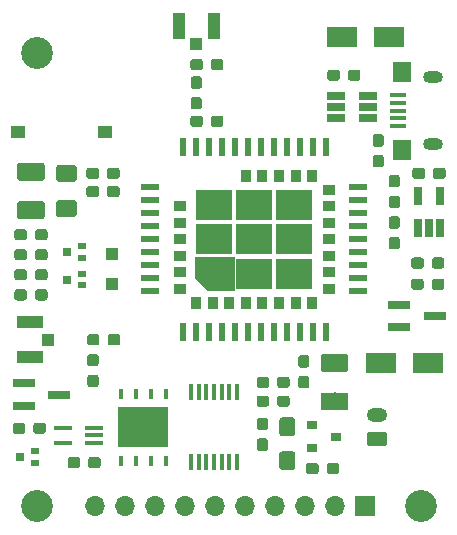
<source format=gts>
G04 #@! TF.GenerationSoftware,KiCad,Pcbnew,(5.1.4-0)*
G04 #@! TF.CreationDate,2021-09-04T15:45:49+08:00*
G04 #@! TF.ProjectId,SIM7080,53494d37-3038-4302-9e6b-696361645f70,V1.2*
G04 #@! TF.SameCoordinates,Original*
G04 #@! TF.FileFunction,Soldermask,Top*
G04 #@! TF.FilePolarity,Negative*
%FSLAX46Y46*%
G04 Gerber Fmt 4.6, Leading zero omitted, Abs format (unit mm)*
G04 Created by KiCad (PCBNEW (5.1.4-0)) date 2021-09-04 15:45:49*
%MOMM*%
%LPD*%
G04 APERTURE LIST*
%ADD10C,0.010000*%
%ADD11R,0.800000X0.800000*%
%ADD12R,0.800000X0.500000*%
%ADD13R,1.200000X1.000000*%
%ADD14C,2.700000*%
%ADD15C,0.100000*%
%ADD16C,0.950000*%
%ADD17C,1.500000*%
%ADD18C,1.425000*%
%ADD19C,1.350000*%
%ADD20R,1.000000X1.000000*%
%ADD21R,1.500000X0.400000*%
%ADD22R,2.500000X1.800000*%
%ADD23R,1.050000X2.200000*%
%ADD24R,1.000000X1.050000*%
%ADD25R,2.200000X1.050000*%
%ADD26R,1.050000X1.000000*%
%ADD27O,1.700000X1.000000*%
%ADD28R,1.350000X0.400000*%
%ADD29R,1.600000X1.800000*%
%ADD30C,1.200000*%
%ADD31O,1.750000X1.200000*%
%ADD32R,1.700000X1.700000*%
%ADD33O,1.700000X1.700000*%
%ADD34R,1.900000X0.800000*%
%ADD35R,1.560000X0.650000*%
%ADD36R,0.600000X1.600000*%
%ADD37R,1.600000X0.600000*%
%ADD38R,0.900000X1.100000*%
%ADD39R,1.100000X0.900000*%
%ADD40R,3.100000X2.600000*%
%ADD41R,0.407200X0.909599*%
%ADD42R,4.292600X3.505200*%
%ADD43R,0.450000X1.450000*%
%ADD44R,0.900000X0.800000*%
%ADD45R,0.650000X1.560000*%
G04 APERTURE END LIST*
D10*
G36*
X155150000Y-91400000D02*
G01*
X155150000Y-94200000D01*
X152880000Y-94200000D01*
X151850000Y-93170000D01*
X151850000Y-91400000D01*
X155150000Y-91400000D01*
G37*
X155150000Y-91400000D02*
X155150000Y-94200000D01*
X152880000Y-94200000D01*
X151850000Y-93170000D01*
X151850000Y-91400000D01*
X155150000Y-91400000D01*
D11*
X141080000Y-93300000D03*
D12*
X142320000Y-92800000D03*
X142320000Y-93800000D03*
D11*
X141080000Y-91000000D03*
D12*
X142320000Y-90500000D03*
X142320000Y-91500000D03*
D11*
X137080000Y-108300000D03*
D12*
X138320000Y-107800000D03*
X138320000Y-108800000D03*
D13*
X144300000Y-80800000D03*
X136900000Y-80800000D03*
D14*
X138500000Y-74100000D03*
D15*
G36*
X143585779Y-97926144D02*
G01*
X143608834Y-97929563D01*
X143631443Y-97935227D01*
X143653387Y-97943079D01*
X143674457Y-97953044D01*
X143694448Y-97965026D01*
X143713168Y-97978910D01*
X143730438Y-97994562D01*
X143746090Y-98011832D01*
X143759974Y-98030552D01*
X143771956Y-98050543D01*
X143781921Y-98071613D01*
X143789773Y-98093557D01*
X143795437Y-98116166D01*
X143798856Y-98139221D01*
X143800000Y-98162500D01*
X143800000Y-98637500D01*
X143798856Y-98660779D01*
X143795437Y-98683834D01*
X143789773Y-98706443D01*
X143781921Y-98728387D01*
X143771956Y-98749457D01*
X143759974Y-98769448D01*
X143746090Y-98788168D01*
X143730438Y-98805438D01*
X143713168Y-98821090D01*
X143694448Y-98834974D01*
X143674457Y-98846956D01*
X143653387Y-98856921D01*
X143631443Y-98864773D01*
X143608834Y-98870437D01*
X143585779Y-98873856D01*
X143562500Y-98875000D01*
X142987500Y-98875000D01*
X142964221Y-98873856D01*
X142941166Y-98870437D01*
X142918557Y-98864773D01*
X142896613Y-98856921D01*
X142875543Y-98846956D01*
X142855552Y-98834974D01*
X142836832Y-98821090D01*
X142819562Y-98805438D01*
X142803910Y-98788168D01*
X142790026Y-98769448D01*
X142778044Y-98749457D01*
X142768079Y-98728387D01*
X142760227Y-98706443D01*
X142754563Y-98683834D01*
X142751144Y-98660779D01*
X142750000Y-98637500D01*
X142750000Y-98162500D01*
X142751144Y-98139221D01*
X142754563Y-98116166D01*
X142760227Y-98093557D01*
X142768079Y-98071613D01*
X142778044Y-98050543D01*
X142790026Y-98030552D01*
X142803910Y-98011832D01*
X142819562Y-97994562D01*
X142836832Y-97978910D01*
X142855552Y-97965026D01*
X142875543Y-97953044D01*
X142896613Y-97943079D01*
X142918557Y-97935227D01*
X142941166Y-97929563D01*
X142964221Y-97926144D01*
X142987500Y-97925000D01*
X143562500Y-97925000D01*
X143585779Y-97926144D01*
X143585779Y-97926144D01*
G37*
D16*
X143275000Y-98400000D03*
D15*
G36*
X145335779Y-97926144D02*
G01*
X145358834Y-97929563D01*
X145381443Y-97935227D01*
X145403387Y-97943079D01*
X145424457Y-97953044D01*
X145444448Y-97965026D01*
X145463168Y-97978910D01*
X145480438Y-97994562D01*
X145496090Y-98011832D01*
X145509974Y-98030552D01*
X145521956Y-98050543D01*
X145531921Y-98071613D01*
X145539773Y-98093557D01*
X145545437Y-98116166D01*
X145548856Y-98139221D01*
X145550000Y-98162500D01*
X145550000Y-98637500D01*
X145548856Y-98660779D01*
X145545437Y-98683834D01*
X145539773Y-98706443D01*
X145531921Y-98728387D01*
X145521956Y-98749457D01*
X145509974Y-98769448D01*
X145496090Y-98788168D01*
X145480438Y-98805438D01*
X145463168Y-98821090D01*
X145444448Y-98834974D01*
X145424457Y-98846956D01*
X145403387Y-98856921D01*
X145381443Y-98864773D01*
X145358834Y-98870437D01*
X145335779Y-98873856D01*
X145312500Y-98875000D01*
X144737500Y-98875000D01*
X144714221Y-98873856D01*
X144691166Y-98870437D01*
X144668557Y-98864773D01*
X144646613Y-98856921D01*
X144625543Y-98846956D01*
X144605552Y-98834974D01*
X144586832Y-98821090D01*
X144569562Y-98805438D01*
X144553910Y-98788168D01*
X144540026Y-98769448D01*
X144528044Y-98749457D01*
X144518079Y-98728387D01*
X144510227Y-98706443D01*
X144504563Y-98683834D01*
X144501144Y-98660779D01*
X144500000Y-98637500D01*
X144500000Y-98162500D01*
X144501144Y-98139221D01*
X144504563Y-98116166D01*
X144510227Y-98093557D01*
X144518079Y-98071613D01*
X144528044Y-98050543D01*
X144540026Y-98030552D01*
X144553910Y-98011832D01*
X144569562Y-97994562D01*
X144586832Y-97978910D01*
X144605552Y-97965026D01*
X144625543Y-97953044D01*
X144646613Y-97943079D01*
X144668557Y-97935227D01*
X144691166Y-97929563D01*
X144714221Y-97926144D01*
X144737500Y-97925000D01*
X145312500Y-97925000D01*
X145335779Y-97926144D01*
X145335779Y-97926144D01*
G37*
D16*
X145025000Y-98400000D03*
D15*
G36*
X154085779Y-74626144D02*
G01*
X154108834Y-74629563D01*
X154131443Y-74635227D01*
X154153387Y-74643079D01*
X154174457Y-74653044D01*
X154194448Y-74665026D01*
X154213168Y-74678910D01*
X154230438Y-74694562D01*
X154246090Y-74711832D01*
X154259974Y-74730552D01*
X154271956Y-74750543D01*
X154281921Y-74771613D01*
X154289773Y-74793557D01*
X154295437Y-74816166D01*
X154298856Y-74839221D01*
X154300000Y-74862500D01*
X154300000Y-75337500D01*
X154298856Y-75360779D01*
X154295437Y-75383834D01*
X154289773Y-75406443D01*
X154281921Y-75428387D01*
X154271956Y-75449457D01*
X154259974Y-75469448D01*
X154246090Y-75488168D01*
X154230438Y-75505438D01*
X154213168Y-75521090D01*
X154194448Y-75534974D01*
X154174457Y-75546956D01*
X154153387Y-75556921D01*
X154131443Y-75564773D01*
X154108834Y-75570437D01*
X154085779Y-75573856D01*
X154062500Y-75575000D01*
X153487500Y-75575000D01*
X153464221Y-75573856D01*
X153441166Y-75570437D01*
X153418557Y-75564773D01*
X153396613Y-75556921D01*
X153375543Y-75546956D01*
X153355552Y-75534974D01*
X153336832Y-75521090D01*
X153319562Y-75505438D01*
X153303910Y-75488168D01*
X153290026Y-75469448D01*
X153278044Y-75449457D01*
X153268079Y-75428387D01*
X153260227Y-75406443D01*
X153254563Y-75383834D01*
X153251144Y-75360779D01*
X153250000Y-75337500D01*
X153250000Y-74862500D01*
X153251144Y-74839221D01*
X153254563Y-74816166D01*
X153260227Y-74793557D01*
X153268079Y-74771613D01*
X153278044Y-74750543D01*
X153290026Y-74730552D01*
X153303910Y-74711832D01*
X153319562Y-74694562D01*
X153336832Y-74678910D01*
X153355552Y-74665026D01*
X153375543Y-74653044D01*
X153396613Y-74643079D01*
X153418557Y-74635227D01*
X153441166Y-74629563D01*
X153464221Y-74626144D01*
X153487500Y-74625000D01*
X154062500Y-74625000D01*
X154085779Y-74626144D01*
X154085779Y-74626144D01*
G37*
D16*
X153775000Y-75100000D03*
D15*
G36*
X152335779Y-74626144D02*
G01*
X152358834Y-74629563D01*
X152381443Y-74635227D01*
X152403387Y-74643079D01*
X152424457Y-74653044D01*
X152444448Y-74665026D01*
X152463168Y-74678910D01*
X152480438Y-74694562D01*
X152496090Y-74711832D01*
X152509974Y-74730552D01*
X152521956Y-74750543D01*
X152531921Y-74771613D01*
X152539773Y-74793557D01*
X152545437Y-74816166D01*
X152548856Y-74839221D01*
X152550000Y-74862500D01*
X152550000Y-75337500D01*
X152548856Y-75360779D01*
X152545437Y-75383834D01*
X152539773Y-75406443D01*
X152531921Y-75428387D01*
X152521956Y-75449457D01*
X152509974Y-75469448D01*
X152496090Y-75488168D01*
X152480438Y-75505438D01*
X152463168Y-75521090D01*
X152444448Y-75534974D01*
X152424457Y-75546956D01*
X152403387Y-75556921D01*
X152381443Y-75564773D01*
X152358834Y-75570437D01*
X152335779Y-75573856D01*
X152312500Y-75575000D01*
X151737500Y-75575000D01*
X151714221Y-75573856D01*
X151691166Y-75570437D01*
X151668557Y-75564773D01*
X151646613Y-75556921D01*
X151625543Y-75546956D01*
X151605552Y-75534974D01*
X151586832Y-75521090D01*
X151569562Y-75505438D01*
X151553910Y-75488168D01*
X151540026Y-75469448D01*
X151528044Y-75449457D01*
X151518079Y-75428387D01*
X151510227Y-75406443D01*
X151504563Y-75383834D01*
X151501144Y-75360779D01*
X151500000Y-75337500D01*
X151500000Y-74862500D01*
X151501144Y-74839221D01*
X151504563Y-74816166D01*
X151510227Y-74793557D01*
X151518079Y-74771613D01*
X151528044Y-74750543D01*
X151540026Y-74730552D01*
X151553910Y-74711832D01*
X151569562Y-74694562D01*
X151586832Y-74678910D01*
X151605552Y-74665026D01*
X151625543Y-74653044D01*
X151646613Y-74643079D01*
X151668557Y-74635227D01*
X151691166Y-74629563D01*
X151714221Y-74626144D01*
X151737500Y-74625000D01*
X152312500Y-74625000D01*
X152335779Y-74626144D01*
X152335779Y-74626144D01*
G37*
D16*
X152025000Y-75100000D03*
D15*
G36*
X152335779Y-79426144D02*
G01*
X152358834Y-79429563D01*
X152381443Y-79435227D01*
X152403387Y-79443079D01*
X152424457Y-79453044D01*
X152444448Y-79465026D01*
X152463168Y-79478910D01*
X152480438Y-79494562D01*
X152496090Y-79511832D01*
X152509974Y-79530552D01*
X152521956Y-79550543D01*
X152531921Y-79571613D01*
X152539773Y-79593557D01*
X152545437Y-79616166D01*
X152548856Y-79639221D01*
X152550000Y-79662500D01*
X152550000Y-80137500D01*
X152548856Y-80160779D01*
X152545437Y-80183834D01*
X152539773Y-80206443D01*
X152531921Y-80228387D01*
X152521956Y-80249457D01*
X152509974Y-80269448D01*
X152496090Y-80288168D01*
X152480438Y-80305438D01*
X152463168Y-80321090D01*
X152444448Y-80334974D01*
X152424457Y-80346956D01*
X152403387Y-80356921D01*
X152381443Y-80364773D01*
X152358834Y-80370437D01*
X152335779Y-80373856D01*
X152312500Y-80375000D01*
X151737500Y-80375000D01*
X151714221Y-80373856D01*
X151691166Y-80370437D01*
X151668557Y-80364773D01*
X151646613Y-80356921D01*
X151625543Y-80346956D01*
X151605552Y-80334974D01*
X151586832Y-80321090D01*
X151569562Y-80305438D01*
X151553910Y-80288168D01*
X151540026Y-80269448D01*
X151528044Y-80249457D01*
X151518079Y-80228387D01*
X151510227Y-80206443D01*
X151504563Y-80183834D01*
X151501144Y-80160779D01*
X151500000Y-80137500D01*
X151500000Y-79662500D01*
X151501144Y-79639221D01*
X151504563Y-79616166D01*
X151510227Y-79593557D01*
X151518079Y-79571613D01*
X151528044Y-79550543D01*
X151540026Y-79530552D01*
X151553910Y-79511832D01*
X151569562Y-79494562D01*
X151586832Y-79478910D01*
X151605552Y-79465026D01*
X151625543Y-79453044D01*
X151646613Y-79443079D01*
X151668557Y-79435227D01*
X151691166Y-79429563D01*
X151714221Y-79426144D01*
X151737500Y-79425000D01*
X152312500Y-79425000D01*
X152335779Y-79426144D01*
X152335779Y-79426144D01*
G37*
D16*
X152025000Y-79900000D03*
D15*
G36*
X154085779Y-79426144D02*
G01*
X154108834Y-79429563D01*
X154131443Y-79435227D01*
X154153387Y-79443079D01*
X154174457Y-79453044D01*
X154194448Y-79465026D01*
X154213168Y-79478910D01*
X154230438Y-79494562D01*
X154246090Y-79511832D01*
X154259974Y-79530552D01*
X154271956Y-79550543D01*
X154281921Y-79571613D01*
X154289773Y-79593557D01*
X154295437Y-79616166D01*
X154298856Y-79639221D01*
X154300000Y-79662500D01*
X154300000Y-80137500D01*
X154298856Y-80160779D01*
X154295437Y-80183834D01*
X154289773Y-80206443D01*
X154281921Y-80228387D01*
X154271956Y-80249457D01*
X154259974Y-80269448D01*
X154246090Y-80288168D01*
X154230438Y-80305438D01*
X154213168Y-80321090D01*
X154194448Y-80334974D01*
X154174457Y-80346956D01*
X154153387Y-80356921D01*
X154131443Y-80364773D01*
X154108834Y-80370437D01*
X154085779Y-80373856D01*
X154062500Y-80375000D01*
X153487500Y-80375000D01*
X153464221Y-80373856D01*
X153441166Y-80370437D01*
X153418557Y-80364773D01*
X153396613Y-80356921D01*
X153375543Y-80346956D01*
X153355552Y-80334974D01*
X153336832Y-80321090D01*
X153319562Y-80305438D01*
X153303910Y-80288168D01*
X153290026Y-80269448D01*
X153278044Y-80249457D01*
X153268079Y-80228387D01*
X153260227Y-80206443D01*
X153254563Y-80183834D01*
X153251144Y-80160779D01*
X153250000Y-80137500D01*
X153250000Y-79662500D01*
X153251144Y-79639221D01*
X153254563Y-79616166D01*
X153260227Y-79593557D01*
X153268079Y-79571613D01*
X153278044Y-79550543D01*
X153290026Y-79530552D01*
X153303910Y-79511832D01*
X153319562Y-79494562D01*
X153336832Y-79478910D01*
X153355552Y-79465026D01*
X153375543Y-79453044D01*
X153396613Y-79443079D01*
X153418557Y-79435227D01*
X153441166Y-79429563D01*
X153464221Y-79426144D01*
X153487500Y-79425000D01*
X154062500Y-79425000D01*
X154085779Y-79426144D01*
X154085779Y-79426144D01*
G37*
D16*
X153775000Y-79900000D03*
D15*
G36*
X138949504Y-83426204D02*
G01*
X138973773Y-83429804D01*
X138997571Y-83435765D01*
X139020671Y-83444030D01*
X139042849Y-83454520D01*
X139063893Y-83467133D01*
X139083598Y-83481747D01*
X139101777Y-83498223D01*
X139118253Y-83516402D01*
X139132867Y-83536107D01*
X139145480Y-83557151D01*
X139155970Y-83579329D01*
X139164235Y-83602429D01*
X139170196Y-83626227D01*
X139173796Y-83650496D01*
X139175000Y-83675000D01*
X139175000Y-84675000D01*
X139173796Y-84699504D01*
X139170196Y-84723773D01*
X139164235Y-84747571D01*
X139155970Y-84770671D01*
X139145480Y-84792849D01*
X139132867Y-84813893D01*
X139118253Y-84833598D01*
X139101777Y-84851777D01*
X139083598Y-84868253D01*
X139063893Y-84882867D01*
X139042849Y-84895480D01*
X139020671Y-84905970D01*
X138997571Y-84914235D01*
X138973773Y-84920196D01*
X138949504Y-84923796D01*
X138925000Y-84925000D01*
X137075000Y-84925000D01*
X137050496Y-84923796D01*
X137026227Y-84920196D01*
X137002429Y-84914235D01*
X136979329Y-84905970D01*
X136957151Y-84895480D01*
X136936107Y-84882867D01*
X136916402Y-84868253D01*
X136898223Y-84851777D01*
X136881747Y-84833598D01*
X136867133Y-84813893D01*
X136854520Y-84792849D01*
X136844030Y-84770671D01*
X136835765Y-84747571D01*
X136829804Y-84723773D01*
X136826204Y-84699504D01*
X136825000Y-84675000D01*
X136825000Y-83675000D01*
X136826204Y-83650496D01*
X136829804Y-83626227D01*
X136835765Y-83602429D01*
X136844030Y-83579329D01*
X136854520Y-83557151D01*
X136867133Y-83536107D01*
X136881747Y-83516402D01*
X136898223Y-83498223D01*
X136916402Y-83481747D01*
X136936107Y-83467133D01*
X136957151Y-83454520D01*
X136979329Y-83444030D01*
X137002429Y-83435765D01*
X137026227Y-83429804D01*
X137050496Y-83426204D01*
X137075000Y-83425000D01*
X138925000Y-83425000D01*
X138949504Y-83426204D01*
X138949504Y-83426204D01*
G37*
D17*
X138000000Y-84175000D03*
D15*
G36*
X138949504Y-86676204D02*
G01*
X138973773Y-86679804D01*
X138997571Y-86685765D01*
X139020671Y-86694030D01*
X139042849Y-86704520D01*
X139063893Y-86717133D01*
X139083598Y-86731747D01*
X139101777Y-86748223D01*
X139118253Y-86766402D01*
X139132867Y-86786107D01*
X139145480Y-86807151D01*
X139155970Y-86829329D01*
X139164235Y-86852429D01*
X139170196Y-86876227D01*
X139173796Y-86900496D01*
X139175000Y-86925000D01*
X139175000Y-87925000D01*
X139173796Y-87949504D01*
X139170196Y-87973773D01*
X139164235Y-87997571D01*
X139155970Y-88020671D01*
X139145480Y-88042849D01*
X139132867Y-88063893D01*
X139118253Y-88083598D01*
X139101777Y-88101777D01*
X139083598Y-88118253D01*
X139063893Y-88132867D01*
X139042849Y-88145480D01*
X139020671Y-88155970D01*
X138997571Y-88164235D01*
X138973773Y-88170196D01*
X138949504Y-88173796D01*
X138925000Y-88175000D01*
X137075000Y-88175000D01*
X137050496Y-88173796D01*
X137026227Y-88170196D01*
X137002429Y-88164235D01*
X136979329Y-88155970D01*
X136957151Y-88145480D01*
X136936107Y-88132867D01*
X136916402Y-88118253D01*
X136898223Y-88101777D01*
X136881747Y-88083598D01*
X136867133Y-88063893D01*
X136854520Y-88042849D01*
X136844030Y-88020671D01*
X136835765Y-87997571D01*
X136829804Y-87973773D01*
X136826204Y-87949504D01*
X136825000Y-87925000D01*
X136825000Y-86925000D01*
X136826204Y-86900496D01*
X136829804Y-86876227D01*
X136835765Y-86852429D01*
X136844030Y-86829329D01*
X136854520Y-86807151D01*
X136867133Y-86786107D01*
X136881747Y-86766402D01*
X136898223Y-86748223D01*
X136916402Y-86731747D01*
X136936107Y-86717133D01*
X136957151Y-86704520D01*
X136979329Y-86694030D01*
X137002429Y-86685765D01*
X137026227Y-86679804D01*
X137050496Y-86676204D01*
X137075000Y-86675000D01*
X138925000Y-86675000D01*
X138949504Y-86676204D01*
X138949504Y-86676204D01*
G37*
D17*
X138000000Y-87425000D03*
D15*
G36*
X141649504Y-83601204D02*
G01*
X141673773Y-83604804D01*
X141697571Y-83610765D01*
X141720671Y-83619030D01*
X141742849Y-83629520D01*
X141763893Y-83642133D01*
X141783598Y-83656747D01*
X141801777Y-83673223D01*
X141818253Y-83691402D01*
X141832867Y-83711107D01*
X141845480Y-83732151D01*
X141855970Y-83754329D01*
X141864235Y-83777429D01*
X141870196Y-83801227D01*
X141873796Y-83825496D01*
X141875000Y-83850000D01*
X141875000Y-84775000D01*
X141873796Y-84799504D01*
X141870196Y-84823773D01*
X141864235Y-84847571D01*
X141855970Y-84870671D01*
X141845480Y-84892849D01*
X141832867Y-84913893D01*
X141818253Y-84933598D01*
X141801777Y-84951777D01*
X141783598Y-84968253D01*
X141763893Y-84982867D01*
X141742849Y-84995480D01*
X141720671Y-85005970D01*
X141697571Y-85014235D01*
X141673773Y-85020196D01*
X141649504Y-85023796D01*
X141625000Y-85025000D01*
X140375000Y-85025000D01*
X140350496Y-85023796D01*
X140326227Y-85020196D01*
X140302429Y-85014235D01*
X140279329Y-85005970D01*
X140257151Y-84995480D01*
X140236107Y-84982867D01*
X140216402Y-84968253D01*
X140198223Y-84951777D01*
X140181747Y-84933598D01*
X140167133Y-84913893D01*
X140154520Y-84892849D01*
X140144030Y-84870671D01*
X140135765Y-84847571D01*
X140129804Y-84823773D01*
X140126204Y-84799504D01*
X140125000Y-84775000D01*
X140125000Y-83850000D01*
X140126204Y-83825496D01*
X140129804Y-83801227D01*
X140135765Y-83777429D01*
X140144030Y-83754329D01*
X140154520Y-83732151D01*
X140167133Y-83711107D01*
X140181747Y-83691402D01*
X140198223Y-83673223D01*
X140216402Y-83656747D01*
X140236107Y-83642133D01*
X140257151Y-83629520D01*
X140279329Y-83619030D01*
X140302429Y-83610765D01*
X140326227Y-83604804D01*
X140350496Y-83601204D01*
X140375000Y-83600000D01*
X141625000Y-83600000D01*
X141649504Y-83601204D01*
X141649504Y-83601204D01*
G37*
D18*
X141000000Y-84312500D03*
D15*
G36*
X141649504Y-86576204D02*
G01*
X141673773Y-86579804D01*
X141697571Y-86585765D01*
X141720671Y-86594030D01*
X141742849Y-86604520D01*
X141763893Y-86617133D01*
X141783598Y-86631747D01*
X141801777Y-86648223D01*
X141818253Y-86666402D01*
X141832867Y-86686107D01*
X141845480Y-86707151D01*
X141855970Y-86729329D01*
X141864235Y-86752429D01*
X141870196Y-86776227D01*
X141873796Y-86800496D01*
X141875000Y-86825000D01*
X141875000Y-87750000D01*
X141873796Y-87774504D01*
X141870196Y-87798773D01*
X141864235Y-87822571D01*
X141855970Y-87845671D01*
X141845480Y-87867849D01*
X141832867Y-87888893D01*
X141818253Y-87908598D01*
X141801777Y-87926777D01*
X141783598Y-87943253D01*
X141763893Y-87957867D01*
X141742849Y-87970480D01*
X141720671Y-87980970D01*
X141697571Y-87989235D01*
X141673773Y-87995196D01*
X141649504Y-87998796D01*
X141625000Y-88000000D01*
X140375000Y-88000000D01*
X140350496Y-87998796D01*
X140326227Y-87995196D01*
X140302429Y-87989235D01*
X140279329Y-87980970D01*
X140257151Y-87970480D01*
X140236107Y-87957867D01*
X140216402Y-87943253D01*
X140198223Y-87926777D01*
X140181747Y-87908598D01*
X140167133Y-87888893D01*
X140154520Y-87867849D01*
X140144030Y-87845671D01*
X140135765Y-87822571D01*
X140129804Y-87798773D01*
X140126204Y-87774504D01*
X140125000Y-87750000D01*
X140125000Y-86825000D01*
X140126204Y-86800496D01*
X140129804Y-86776227D01*
X140135765Y-86752429D01*
X140144030Y-86729329D01*
X140154520Y-86707151D01*
X140167133Y-86686107D01*
X140181747Y-86666402D01*
X140198223Y-86648223D01*
X140216402Y-86631747D01*
X140236107Y-86617133D01*
X140257151Y-86604520D01*
X140279329Y-86594030D01*
X140302429Y-86585765D01*
X140326227Y-86579804D01*
X140350496Y-86576204D01*
X140375000Y-86575000D01*
X141625000Y-86575000D01*
X141649504Y-86576204D01*
X141649504Y-86576204D01*
G37*
D18*
X141000000Y-87287500D03*
D15*
G36*
X145285779Y-83826144D02*
G01*
X145308834Y-83829563D01*
X145331443Y-83835227D01*
X145353387Y-83843079D01*
X145374457Y-83853044D01*
X145394448Y-83865026D01*
X145413168Y-83878910D01*
X145430438Y-83894562D01*
X145446090Y-83911832D01*
X145459974Y-83930552D01*
X145471956Y-83950543D01*
X145481921Y-83971613D01*
X145489773Y-83993557D01*
X145495437Y-84016166D01*
X145498856Y-84039221D01*
X145500000Y-84062500D01*
X145500000Y-84537500D01*
X145498856Y-84560779D01*
X145495437Y-84583834D01*
X145489773Y-84606443D01*
X145481921Y-84628387D01*
X145471956Y-84649457D01*
X145459974Y-84669448D01*
X145446090Y-84688168D01*
X145430438Y-84705438D01*
X145413168Y-84721090D01*
X145394448Y-84734974D01*
X145374457Y-84746956D01*
X145353387Y-84756921D01*
X145331443Y-84764773D01*
X145308834Y-84770437D01*
X145285779Y-84773856D01*
X145262500Y-84775000D01*
X144687500Y-84775000D01*
X144664221Y-84773856D01*
X144641166Y-84770437D01*
X144618557Y-84764773D01*
X144596613Y-84756921D01*
X144575543Y-84746956D01*
X144555552Y-84734974D01*
X144536832Y-84721090D01*
X144519562Y-84705438D01*
X144503910Y-84688168D01*
X144490026Y-84669448D01*
X144478044Y-84649457D01*
X144468079Y-84628387D01*
X144460227Y-84606443D01*
X144454563Y-84583834D01*
X144451144Y-84560779D01*
X144450000Y-84537500D01*
X144450000Y-84062500D01*
X144451144Y-84039221D01*
X144454563Y-84016166D01*
X144460227Y-83993557D01*
X144468079Y-83971613D01*
X144478044Y-83950543D01*
X144490026Y-83930552D01*
X144503910Y-83911832D01*
X144519562Y-83894562D01*
X144536832Y-83878910D01*
X144555552Y-83865026D01*
X144575543Y-83853044D01*
X144596613Y-83843079D01*
X144618557Y-83835227D01*
X144641166Y-83829563D01*
X144664221Y-83826144D01*
X144687500Y-83825000D01*
X145262500Y-83825000D01*
X145285779Y-83826144D01*
X145285779Y-83826144D01*
G37*
D16*
X144975000Y-84300000D03*
D15*
G36*
X143535779Y-83826144D02*
G01*
X143558834Y-83829563D01*
X143581443Y-83835227D01*
X143603387Y-83843079D01*
X143624457Y-83853044D01*
X143644448Y-83865026D01*
X143663168Y-83878910D01*
X143680438Y-83894562D01*
X143696090Y-83911832D01*
X143709974Y-83930552D01*
X143721956Y-83950543D01*
X143731921Y-83971613D01*
X143739773Y-83993557D01*
X143745437Y-84016166D01*
X143748856Y-84039221D01*
X143750000Y-84062500D01*
X143750000Y-84537500D01*
X143748856Y-84560779D01*
X143745437Y-84583834D01*
X143739773Y-84606443D01*
X143731921Y-84628387D01*
X143721956Y-84649457D01*
X143709974Y-84669448D01*
X143696090Y-84688168D01*
X143680438Y-84705438D01*
X143663168Y-84721090D01*
X143644448Y-84734974D01*
X143624457Y-84746956D01*
X143603387Y-84756921D01*
X143581443Y-84764773D01*
X143558834Y-84770437D01*
X143535779Y-84773856D01*
X143512500Y-84775000D01*
X142937500Y-84775000D01*
X142914221Y-84773856D01*
X142891166Y-84770437D01*
X142868557Y-84764773D01*
X142846613Y-84756921D01*
X142825543Y-84746956D01*
X142805552Y-84734974D01*
X142786832Y-84721090D01*
X142769562Y-84705438D01*
X142753910Y-84688168D01*
X142740026Y-84669448D01*
X142728044Y-84649457D01*
X142718079Y-84628387D01*
X142710227Y-84606443D01*
X142704563Y-84583834D01*
X142701144Y-84560779D01*
X142700000Y-84537500D01*
X142700000Y-84062500D01*
X142701144Y-84039221D01*
X142704563Y-84016166D01*
X142710227Y-83993557D01*
X142718079Y-83971613D01*
X142728044Y-83950543D01*
X142740026Y-83930552D01*
X142753910Y-83911832D01*
X142769562Y-83894562D01*
X142786832Y-83878910D01*
X142805552Y-83865026D01*
X142825543Y-83853044D01*
X142846613Y-83843079D01*
X142868557Y-83835227D01*
X142891166Y-83829563D01*
X142914221Y-83826144D01*
X142937500Y-83825000D01*
X143512500Y-83825000D01*
X143535779Y-83826144D01*
X143535779Y-83826144D01*
G37*
D16*
X143225000Y-84300000D03*
D15*
G36*
X145285779Y-85376144D02*
G01*
X145308834Y-85379563D01*
X145331443Y-85385227D01*
X145353387Y-85393079D01*
X145374457Y-85403044D01*
X145394448Y-85415026D01*
X145413168Y-85428910D01*
X145430438Y-85444562D01*
X145446090Y-85461832D01*
X145459974Y-85480552D01*
X145471956Y-85500543D01*
X145481921Y-85521613D01*
X145489773Y-85543557D01*
X145495437Y-85566166D01*
X145498856Y-85589221D01*
X145500000Y-85612500D01*
X145500000Y-86087500D01*
X145498856Y-86110779D01*
X145495437Y-86133834D01*
X145489773Y-86156443D01*
X145481921Y-86178387D01*
X145471956Y-86199457D01*
X145459974Y-86219448D01*
X145446090Y-86238168D01*
X145430438Y-86255438D01*
X145413168Y-86271090D01*
X145394448Y-86284974D01*
X145374457Y-86296956D01*
X145353387Y-86306921D01*
X145331443Y-86314773D01*
X145308834Y-86320437D01*
X145285779Y-86323856D01*
X145262500Y-86325000D01*
X144687500Y-86325000D01*
X144664221Y-86323856D01*
X144641166Y-86320437D01*
X144618557Y-86314773D01*
X144596613Y-86306921D01*
X144575543Y-86296956D01*
X144555552Y-86284974D01*
X144536832Y-86271090D01*
X144519562Y-86255438D01*
X144503910Y-86238168D01*
X144490026Y-86219448D01*
X144478044Y-86199457D01*
X144468079Y-86178387D01*
X144460227Y-86156443D01*
X144454563Y-86133834D01*
X144451144Y-86110779D01*
X144450000Y-86087500D01*
X144450000Y-85612500D01*
X144451144Y-85589221D01*
X144454563Y-85566166D01*
X144460227Y-85543557D01*
X144468079Y-85521613D01*
X144478044Y-85500543D01*
X144490026Y-85480552D01*
X144503910Y-85461832D01*
X144519562Y-85444562D01*
X144536832Y-85428910D01*
X144555552Y-85415026D01*
X144575543Y-85403044D01*
X144596613Y-85393079D01*
X144618557Y-85385227D01*
X144641166Y-85379563D01*
X144664221Y-85376144D01*
X144687500Y-85375000D01*
X145262500Y-85375000D01*
X145285779Y-85376144D01*
X145285779Y-85376144D01*
G37*
D16*
X144975000Y-85850000D03*
D15*
G36*
X143535779Y-85376144D02*
G01*
X143558834Y-85379563D01*
X143581443Y-85385227D01*
X143603387Y-85393079D01*
X143624457Y-85403044D01*
X143644448Y-85415026D01*
X143663168Y-85428910D01*
X143680438Y-85444562D01*
X143696090Y-85461832D01*
X143709974Y-85480552D01*
X143721956Y-85500543D01*
X143731921Y-85521613D01*
X143739773Y-85543557D01*
X143745437Y-85566166D01*
X143748856Y-85589221D01*
X143750000Y-85612500D01*
X143750000Y-86087500D01*
X143748856Y-86110779D01*
X143745437Y-86133834D01*
X143739773Y-86156443D01*
X143731921Y-86178387D01*
X143721956Y-86199457D01*
X143709974Y-86219448D01*
X143696090Y-86238168D01*
X143680438Y-86255438D01*
X143663168Y-86271090D01*
X143644448Y-86284974D01*
X143624457Y-86296956D01*
X143603387Y-86306921D01*
X143581443Y-86314773D01*
X143558834Y-86320437D01*
X143535779Y-86323856D01*
X143512500Y-86325000D01*
X142937500Y-86325000D01*
X142914221Y-86323856D01*
X142891166Y-86320437D01*
X142868557Y-86314773D01*
X142846613Y-86306921D01*
X142825543Y-86296956D01*
X142805552Y-86284974D01*
X142786832Y-86271090D01*
X142769562Y-86255438D01*
X142753910Y-86238168D01*
X142740026Y-86219448D01*
X142728044Y-86199457D01*
X142718079Y-86178387D01*
X142710227Y-86156443D01*
X142704563Y-86133834D01*
X142701144Y-86110779D01*
X142700000Y-86087500D01*
X142700000Y-85612500D01*
X142701144Y-85589221D01*
X142704563Y-85566166D01*
X142710227Y-85543557D01*
X142718079Y-85521613D01*
X142728044Y-85500543D01*
X142740026Y-85480552D01*
X142753910Y-85461832D01*
X142769562Y-85444562D01*
X142786832Y-85428910D01*
X142805552Y-85415026D01*
X142825543Y-85403044D01*
X142846613Y-85393079D01*
X142868557Y-85385227D01*
X142891166Y-85379563D01*
X142914221Y-85376144D01*
X142937500Y-85375000D01*
X143512500Y-85375000D01*
X143535779Y-85376144D01*
X143535779Y-85376144D01*
G37*
D16*
X143225000Y-85850000D03*
D15*
G36*
X165685779Y-75526144D02*
G01*
X165708834Y-75529563D01*
X165731443Y-75535227D01*
X165753387Y-75543079D01*
X165774457Y-75553044D01*
X165794448Y-75565026D01*
X165813168Y-75578910D01*
X165830438Y-75594562D01*
X165846090Y-75611832D01*
X165859974Y-75630552D01*
X165871956Y-75650543D01*
X165881921Y-75671613D01*
X165889773Y-75693557D01*
X165895437Y-75716166D01*
X165898856Y-75739221D01*
X165900000Y-75762500D01*
X165900000Y-76237500D01*
X165898856Y-76260779D01*
X165895437Y-76283834D01*
X165889773Y-76306443D01*
X165881921Y-76328387D01*
X165871956Y-76349457D01*
X165859974Y-76369448D01*
X165846090Y-76388168D01*
X165830438Y-76405438D01*
X165813168Y-76421090D01*
X165794448Y-76434974D01*
X165774457Y-76446956D01*
X165753387Y-76456921D01*
X165731443Y-76464773D01*
X165708834Y-76470437D01*
X165685779Y-76473856D01*
X165662500Y-76475000D01*
X165087500Y-76475000D01*
X165064221Y-76473856D01*
X165041166Y-76470437D01*
X165018557Y-76464773D01*
X164996613Y-76456921D01*
X164975543Y-76446956D01*
X164955552Y-76434974D01*
X164936832Y-76421090D01*
X164919562Y-76405438D01*
X164903910Y-76388168D01*
X164890026Y-76369448D01*
X164878044Y-76349457D01*
X164868079Y-76328387D01*
X164860227Y-76306443D01*
X164854563Y-76283834D01*
X164851144Y-76260779D01*
X164850000Y-76237500D01*
X164850000Y-75762500D01*
X164851144Y-75739221D01*
X164854563Y-75716166D01*
X164860227Y-75693557D01*
X164868079Y-75671613D01*
X164878044Y-75650543D01*
X164890026Y-75630552D01*
X164903910Y-75611832D01*
X164919562Y-75594562D01*
X164936832Y-75578910D01*
X164955552Y-75565026D01*
X164975543Y-75553044D01*
X164996613Y-75543079D01*
X165018557Y-75535227D01*
X165041166Y-75529563D01*
X165064221Y-75526144D01*
X165087500Y-75525000D01*
X165662500Y-75525000D01*
X165685779Y-75526144D01*
X165685779Y-75526144D01*
G37*
D16*
X165375000Y-76000000D03*
D15*
G36*
X163935779Y-75526144D02*
G01*
X163958834Y-75529563D01*
X163981443Y-75535227D01*
X164003387Y-75543079D01*
X164024457Y-75553044D01*
X164044448Y-75565026D01*
X164063168Y-75578910D01*
X164080438Y-75594562D01*
X164096090Y-75611832D01*
X164109974Y-75630552D01*
X164121956Y-75650543D01*
X164131921Y-75671613D01*
X164139773Y-75693557D01*
X164145437Y-75716166D01*
X164148856Y-75739221D01*
X164150000Y-75762500D01*
X164150000Y-76237500D01*
X164148856Y-76260779D01*
X164145437Y-76283834D01*
X164139773Y-76306443D01*
X164131921Y-76328387D01*
X164121956Y-76349457D01*
X164109974Y-76369448D01*
X164096090Y-76388168D01*
X164080438Y-76405438D01*
X164063168Y-76421090D01*
X164044448Y-76434974D01*
X164024457Y-76446956D01*
X164003387Y-76456921D01*
X163981443Y-76464773D01*
X163958834Y-76470437D01*
X163935779Y-76473856D01*
X163912500Y-76475000D01*
X163337500Y-76475000D01*
X163314221Y-76473856D01*
X163291166Y-76470437D01*
X163268557Y-76464773D01*
X163246613Y-76456921D01*
X163225543Y-76446956D01*
X163205552Y-76434974D01*
X163186832Y-76421090D01*
X163169562Y-76405438D01*
X163153910Y-76388168D01*
X163140026Y-76369448D01*
X163128044Y-76349457D01*
X163118079Y-76328387D01*
X163110227Y-76306443D01*
X163104563Y-76283834D01*
X163101144Y-76260779D01*
X163100000Y-76237500D01*
X163100000Y-75762500D01*
X163101144Y-75739221D01*
X163104563Y-75716166D01*
X163110227Y-75693557D01*
X163118079Y-75671613D01*
X163128044Y-75650543D01*
X163140026Y-75630552D01*
X163153910Y-75611832D01*
X163169562Y-75594562D01*
X163186832Y-75578910D01*
X163205552Y-75565026D01*
X163225543Y-75553044D01*
X163246613Y-75543079D01*
X163268557Y-75535227D01*
X163291166Y-75529563D01*
X163314221Y-75526144D01*
X163337500Y-75525000D01*
X163912500Y-75525000D01*
X163935779Y-75526144D01*
X163935779Y-75526144D01*
G37*
D16*
X163625000Y-76000000D03*
D15*
G36*
X141935779Y-108326144D02*
G01*
X141958834Y-108329563D01*
X141981443Y-108335227D01*
X142003387Y-108343079D01*
X142024457Y-108353044D01*
X142044448Y-108365026D01*
X142063168Y-108378910D01*
X142080438Y-108394562D01*
X142096090Y-108411832D01*
X142109974Y-108430552D01*
X142121956Y-108450543D01*
X142131921Y-108471613D01*
X142139773Y-108493557D01*
X142145437Y-108516166D01*
X142148856Y-108539221D01*
X142150000Y-108562500D01*
X142150000Y-109037500D01*
X142148856Y-109060779D01*
X142145437Y-109083834D01*
X142139773Y-109106443D01*
X142131921Y-109128387D01*
X142121956Y-109149457D01*
X142109974Y-109169448D01*
X142096090Y-109188168D01*
X142080438Y-109205438D01*
X142063168Y-109221090D01*
X142044448Y-109234974D01*
X142024457Y-109246956D01*
X142003387Y-109256921D01*
X141981443Y-109264773D01*
X141958834Y-109270437D01*
X141935779Y-109273856D01*
X141912500Y-109275000D01*
X141337500Y-109275000D01*
X141314221Y-109273856D01*
X141291166Y-109270437D01*
X141268557Y-109264773D01*
X141246613Y-109256921D01*
X141225543Y-109246956D01*
X141205552Y-109234974D01*
X141186832Y-109221090D01*
X141169562Y-109205438D01*
X141153910Y-109188168D01*
X141140026Y-109169448D01*
X141128044Y-109149457D01*
X141118079Y-109128387D01*
X141110227Y-109106443D01*
X141104563Y-109083834D01*
X141101144Y-109060779D01*
X141100000Y-109037500D01*
X141100000Y-108562500D01*
X141101144Y-108539221D01*
X141104563Y-108516166D01*
X141110227Y-108493557D01*
X141118079Y-108471613D01*
X141128044Y-108450543D01*
X141140026Y-108430552D01*
X141153910Y-108411832D01*
X141169562Y-108394562D01*
X141186832Y-108378910D01*
X141205552Y-108365026D01*
X141225543Y-108353044D01*
X141246613Y-108343079D01*
X141268557Y-108335227D01*
X141291166Y-108329563D01*
X141314221Y-108326144D01*
X141337500Y-108325000D01*
X141912500Y-108325000D01*
X141935779Y-108326144D01*
X141935779Y-108326144D01*
G37*
D16*
X141625000Y-108800000D03*
D15*
G36*
X143685779Y-108326144D02*
G01*
X143708834Y-108329563D01*
X143731443Y-108335227D01*
X143753387Y-108343079D01*
X143774457Y-108353044D01*
X143794448Y-108365026D01*
X143813168Y-108378910D01*
X143830438Y-108394562D01*
X143846090Y-108411832D01*
X143859974Y-108430552D01*
X143871956Y-108450543D01*
X143881921Y-108471613D01*
X143889773Y-108493557D01*
X143895437Y-108516166D01*
X143898856Y-108539221D01*
X143900000Y-108562500D01*
X143900000Y-109037500D01*
X143898856Y-109060779D01*
X143895437Y-109083834D01*
X143889773Y-109106443D01*
X143881921Y-109128387D01*
X143871956Y-109149457D01*
X143859974Y-109169448D01*
X143846090Y-109188168D01*
X143830438Y-109205438D01*
X143813168Y-109221090D01*
X143794448Y-109234974D01*
X143774457Y-109246956D01*
X143753387Y-109256921D01*
X143731443Y-109264773D01*
X143708834Y-109270437D01*
X143685779Y-109273856D01*
X143662500Y-109275000D01*
X143087500Y-109275000D01*
X143064221Y-109273856D01*
X143041166Y-109270437D01*
X143018557Y-109264773D01*
X142996613Y-109256921D01*
X142975543Y-109246956D01*
X142955552Y-109234974D01*
X142936832Y-109221090D01*
X142919562Y-109205438D01*
X142903910Y-109188168D01*
X142890026Y-109169448D01*
X142878044Y-109149457D01*
X142868079Y-109128387D01*
X142860227Y-109106443D01*
X142854563Y-109083834D01*
X142851144Y-109060779D01*
X142850000Y-109037500D01*
X142850000Y-108562500D01*
X142851144Y-108539221D01*
X142854563Y-108516166D01*
X142860227Y-108493557D01*
X142868079Y-108471613D01*
X142878044Y-108450543D01*
X142890026Y-108430552D01*
X142903910Y-108411832D01*
X142919562Y-108394562D01*
X142936832Y-108378910D01*
X142955552Y-108365026D01*
X142975543Y-108353044D01*
X142996613Y-108343079D01*
X143018557Y-108335227D01*
X143041166Y-108329563D01*
X143064221Y-108326144D01*
X143087500Y-108325000D01*
X143662500Y-108325000D01*
X143685779Y-108326144D01*
X143685779Y-108326144D01*
G37*
D16*
X143375000Y-108800000D03*
D15*
G36*
X157935779Y-103126144D02*
G01*
X157958834Y-103129563D01*
X157981443Y-103135227D01*
X158003387Y-103143079D01*
X158024457Y-103153044D01*
X158044448Y-103165026D01*
X158063168Y-103178910D01*
X158080438Y-103194562D01*
X158096090Y-103211832D01*
X158109974Y-103230552D01*
X158121956Y-103250543D01*
X158131921Y-103271613D01*
X158139773Y-103293557D01*
X158145437Y-103316166D01*
X158148856Y-103339221D01*
X158150000Y-103362500D01*
X158150000Y-103837500D01*
X158148856Y-103860779D01*
X158145437Y-103883834D01*
X158139773Y-103906443D01*
X158131921Y-103928387D01*
X158121956Y-103949457D01*
X158109974Y-103969448D01*
X158096090Y-103988168D01*
X158080438Y-104005438D01*
X158063168Y-104021090D01*
X158044448Y-104034974D01*
X158024457Y-104046956D01*
X158003387Y-104056921D01*
X157981443Y-104064773D01*
X157958834Y-104070437D01*
X157935779Y-104073856D01*
X157912500Y-104075000D01*
X157337500Y-104075000D01*
X157314221Y-104073856D01*
X157291166Y-104070437D01*
X157268557Y-104064773D01*
X157246613Y-104056921D01*
X157225543Y-104046956D01*
X157205552Y-104034974D01*
X157186832Y-104021090D01*
X157169562Y-104005438D01*
X157153910Y-103988168D01*
X157140026Y-103969448D01*
X157128044Y-103949457D01*
X157118079Y-103928387D01*
X157110227Y-103906443D01*
X157104563Y-103883834D01*
X157101144Y-103860779D01*
X157100000Y-103837500D01*
X157100000Y-103362500D01*
X157101144Y-103339221D01*
X157104563Y-103316166D01*
X157110227Y-103293557D01*
X157118079Y-103271613D01*
X157128044Y-103250543D01*
X157140026Y-103230552D01*
X157153910Y-103211832D01*
X157169562Y-103194562D01*
X157186832Y-103178910D01*
X157205552Y-103165026D01*
X157225543Y-103153044D01*
X157246613Y-103143079D01*
X157268557Y-103135227D01*
X157291166Y-103129563D01*
X157314221Y-103126144D01*
X157337500Y-103125000D01*
X157912500Y-103125000D01*
X157935779Y-103126144D01*
X157935779Y-103126144D01*
G37*
D16*
X157625000Y-103600000D03*
D15*
G36*
X159685779Y-103126144D02*
G01*
X159708834Y-103129563D01*
X159731443Y-103135227D01*
X159753387Y-103143079D01*
X159774457Y-103153044D01*
X159794448Y-103165026D01*
X159813168Y-103178910D01*
X159830438Y-103194562D01*
X159846090Y-103211832D01*
X159859974Y-103230552D01*
X159871956Y-103250543D01*
X159881921Y-103271613D01*
X159889773Y-103293557D01*
X159895437Y-103316166D01*
X159898856Y-103339221D01*
X159900000Y-103362500D01*
X159900000Y-103837500D01*
X159898856Y-103860779D01*
X159895437Y-103883834D01*
X159889773Y-103906443D01*
X159881921Y-103928387D01*
X159871956Y-103949457D01*
X159859974Y-103969448D01*
X159846090Y-103988168D01*
X159830438Y-104005438D01*
X159813168Y-104021090D01*
X159794448Y-104034974D01*
X159774457Y-104046956D01*
X159753387Y-104056921D01*
X159731443Y-104064773D01*
X159708834Y-104070437D01*
X159685779Y-104073856D01*
X159662500Y-104075000D01*
X159087500Y-104075000D01*
X159064221Y-104073856D01*
X159041166Y-104070437D01*
X159018557Y-104064773D01*
X158996613Y-104056921D01*
X158975543Y-104046956D01*
X158955552Y-104034974D01*
X158936832Y-104021090D01*
X158919562Y-104005438D01*
X158903910Y-103988168D01*
X158890026Y-103969448D01*
X158878044Y-103949457D01*
X158868079Y-103928387D01*
X158860227Y-103906443D01*
X158854563Y-103883834D01*
X158851144Y-103860779D01*
X158850000Y-103837500D01*
X158850000Y-103362500D01*
X158851144Y-103339221D01*
X158854563Y-103316166D01*
X158860227Y-103293557D01*
X158868079Y-103271613D01*
X158878044Y-103250543D01*
X158890026Y-103230552D01*
X158903910Y-103211832D01*
X158919562Y-103194562D01*
X158936832Y-103178910D01*
X158955552Y-103165026D01*
X158975543Y-103153044D01*
X158996613Y-103143079D01*
X159018557Y-103135227D01*
X159041166Y-103129563D01*
X159064221Y-103126144D01*
X159087500Y-103125000D01*
X159662500Y-103125000D01*
X159685779Y-103126144D01*
X159685779Y-103126144D01*
G37*
D16*
X159375000Y-103600000D03*
D15*
G36*
X157935779Y-101526144D02*
G01*
X157958834Y-101529563D01*
X157981443Y-101535227D01*
X158003387Y-101543079D01*
X158024457Y-101553044D01*
X158044448Y-101565026D01*
X158063168Y-101578910D01*
X158080438Y-101594562D01*
X158096090Y-101611832D01*
X158109974Y-101630552D01*
X158121956Y-101650543D01*
X158131921Y-101671613D01*
X158139773Y-101693557D01*
X158145437Y-101716166D01*
X158148856Y-101739221D01*
X158150000Y-101762500D01*
X158150000Y-102237500D01*
X158148856Y-102260779D01*
X158145437Y-102283834D01*
X158139773Y-102306443D01*
X158131921Y-102328387D01*
X158121956Y-102349457D01*
X158109974Y-102369448D01*
X158096090Y-102388168D01*
X158080438Y-102405438D01*
X158063168Y-102421090D01*
X158044448Y-102434974D01*
X158024457Y-102446956D01*
X158003387Y-102456921D01*
X157981443Y-102464773D01*
X157958834Y-102470437D01*
X157935779Y-102473856D01*
X157912500Y-102475000D01*
X157337500Y-102475000D01*
X157314221Y-102473856D01*
X157291166Y-102470437D01*
X157268557Y-102464773D01*
X157246613Y-102456921D01*
X157225543Y-102446956D01*
X157205552Y-102434974D01*
X157186832Y-102421090D01*
X157169562Y-102405438D01*
X157153910Y-102388168D01*
X157140026Y-102369448D01*
X157128044Y-102349457D01*
X157118079Y-102328387D01*
X157110227Y-102306443D01*
X157104563Y-102283834D01*
X157101144Y-102260779D01*
X157100000Y-102237500D01*
X157100000Y-101762500D01*
X157101144Y-101739221D01*
X157104563Y-101716166D01*
X157110227Y-101693557D01*
X157118079Y-101671613D01*
X157128044Y-101650543D01*
X157140026Y-101630552D01*
X157153910Y-101611832D01*
X157169562Y-101594562D01*
X157186832Y-101578910D01*
X157205552Y-101565026D01*
X157225543Y-101553044D01*
X157246613Y-101543079D01*
X157268557Y-101535227D01*
X157291166Y-101529563D01*
X157314221Y-101526144D01*
X157337500Y-101525000D01*
X157912500Y-101525000D01*
X157935779Y-101526144D01*
X157935779Y-101526144D01*
G37*
D16*
X157625000Y-102000000D03*
D15*
G36*
X159685779Y-101526144D02*
G01*
X159708834Y-101529563D01*
X159731443Y-101535227D01*
X159753387Y-101543079D01*
X159774457Y-101553044D01*
X159794448Y-101565026D01*
X159813168Y-101578910D01*
X159830438Y-101594562D01*
X159846090Y-101611832D01*
X159859974Y-101630552D01*
X159871956Y-101650543D01*
X159881921Y-101671613D01*
X159889773Y-101693557D01*
X159895437Y-101716166D01*
X159898856Y-101739221D01*
X159900000Y-101762500D01*
X159900000Y-102237500D01*
X159898856Y-102260779D01*
X159895437Y-102283834D01*
X159889773Y-102306443D01*
X159881921Y-102328387D01*
X159871956Y-102349457D01*
X159859974Y-102369448D01*
X159846090Y-102388168D01*
X159830438Y-102405438D01*
X159813168Y-102421090D01*
X159794448Y-102434974D01*
X159774457Y-102446956D01*
X159753387Y-102456921D01*
X159731443Y-102464773D01*
X159708834Y-102470437D01*
X159685779Y-102473856D01*
X159662500Y-102475000D01*
X159087500Y-102475000D01*
X159064221Y-102473856D01*
X159041166Y-102470437D01*
X159018557Y-102464773D01*
X158996613Y-102456921D01*
X158975543Y-102446956D01*
X158955552Y-102434974D01*
X158936832Y-102421090D01*
X158919562Y-102405438D01*
X158903910Y-102388168D01*
X158890026Y-102369448D01*
X158878044Y-102349457D01*
X158868079Y-102328387D01*
X158860227Y-102306443D01*
X158854563Y-102283834D01*
X158851144Y-102260779D01*
X158850000Y-102237500D01*
X158850000Y-101762500D01*
X158851144Y-101739221D01*
X158854563Y-101716166D01*
X158860227Y-101693557D01*
X158868079Y-101671613D01*
X158878044Y-101650543D01*
X158890026Y-101630552D01*
X158903910Y-101611832D01*
X158919562Y-101594562D01*
X158936832Y-101578910D01*
X158955552Y-101565026D01*
X158975543Y-101553044D01*
X158996613Y-101543079D01*
X159018557Y-101535227D01*
X159041166Y-101529563D01*
X159064221Y-101526144D01*
X159087500Y-101525000D01*
X159662500Y-101525000D01*
X159685779Y-101526144D01*
X159685779Y-101526144D01*
G37*
D16*
X159375000Y-102000000D03*
D15*
G36*
X164649504Y-102876204D02*
G01*
X164673773Y-102879804D01*
X164697571Y-102885765D01*
X164720671Y-102894030D01*
X164742849Y-102904520D01*
X164763893Y-102917133D01*
X164783598Y-102931747D01*
X164801777Y-102948223D01*
X164818253Y-102966402D01*
X164832867Y-102986107D01*
X164845480Y-103007151D01*
X164855970Y-103029329D01*
X164864235Y-103052429D01*
X164870196Y-103076227D01*
X164873796Y-103100496D01*
X164875000Y-103125000D01*
X164875000Y-104125000D01*
X164873796Y-104149504D01*
X164870196Y-104173773D01*
X164864235Y-104197571D01*
X164855970Y-104220671D01*
X164845480Y-104242849D01*
X164832867Y-104263893D01*
X164818253Y-104283598D01*
X164801777Y-104301777D01*
X164783598Y-104318253D01*
X164763893Y-104332867D01*
X164742849Y-104345480D01*
X164720671Y-104355970D01*
X164697571Y-104364235D01*
X164673773Y-104370196D01*
X164649504Y-104373796D01*
X164625000Y-104375000D01*
X162775000Y-104375000D01*
X162750496Y-104373796D01*
X162726227Y-104370196D01*
X162702429Y-104364235D01*
X162679329Y-104355970D01*
X162657151Y-104345480D01*
X162636107Y-104332867D01*
X162616402Y-104318253D01*
X162598223Y-104301777D01*
X162581747Y-104283598D01*
X162567133Y-104263893D01*
X162554520Y-104242849D01*
X162544030Y-104220671D01*
X162535765Y-104197571D01*
X162529804Y-104173773D01*
X162526204Y-104149504D01*
X162525000Y-104125000D01*
X162525000Y-103125000D01*
X162526204Y-103100496D01*
X162529804Y-103076227D01*
X162535765Y-103052429D01*
X162544030Y-103029329D01*
X162554520Y-103007151D01*
X162567133Y-102986107D01*
X162581747Y-102966402D01*
X162598223Y-102948223D01*
X162616402Y-102931747D01*
X162636107Y-102917133D01*
X162657151Y-102904520D01*
X162679329Y-102894030D01*
X162702429Y-102885765D01*
X162726227Y-102879804D01*
X162750496Y-102876204D01*
X162775000Y-102875000D01*
X164625000Y-102875000D01*
X164649504Y-102876204D01*
X164649504Y-102876204D01*
G37*
D17*
X163700000Y-103625000D03*
D15*
G36*
X164649504Y-99626204D02*
G01*
X164673773Y-99629804D01*
X164697571Y-99635765D01*
X164720671Y-99644030D01*
X164742849Y-99654520D01*
X164763893Y-99667133D01*
X164783598Y-99681747D01*
X164801777Y-99698223D01*
X164818253Y-99716402D01*
X164832867Y-99736107D01*
X164845480Y-99757151D01*
X164855970Y-99779329D01*
X164864235Y-99802429D01*
X164870196Y-99826227D01*
X164873796Y-99850496D01*
X164875000Y-99875000D01*
X164875000Y-100875000D01*
X164873796Y-100899504D01*
X164870196Y-100923773D01*
X164864235Y-100947571D01*
X164855970Y-100970671D01*
X164845480Y-100992849D01*
X164832867Y-101013893D01*
X164818253Y-101033598D01*
X164801777Y-101051777D01*
X164783598Y-101068253D01*
X164763893Y-101082867D01*
X164742849Y-101095480D01*
X164720671Y-101105970D01*
X164697571Y-101114235D01*
X164673773Y-101120196D01*
X164649504Y-101123796D01*
X164625000Y-101125000D01*
X162775000Y-101125000D01*
X162750496Y-101123796D01*
X162726227Y-101120196D01*
X162702429Y-101114235D01*
X162679329Y-101105970D01*
X162657151Y-101095480D01*
X162636107Y-101082867D01*
X162616402Y-101068253D01*
X162598223Y-101051777D01*
X162581747Y-101033598D01*
X162567133Y-101013893D01*
X162554520Y-100992849D01*
X162544030Y-100970671D01*
X162535765Y-100947571D01*
X162529804Y-100923773D01*
X162526204Y-100899504D01*
X162525000Y-100875000D01*
X162525000Y-99875000D01*
X162526204Y-99850496D01*
X162529804Y-99826227D01*
X162535765Y-99802429D01*
X162544030Y-99779329D01*
X162554520Y-99757151D01*
X162567133Y-99736107D01*
X162581747Y-99716402D01*
X162598223Y-99698223D01*
X162616402Y-99681747D01*
X162636107Y-99667133D01*
X162657151Y-99654520D01*
X162679329Y-99644030D01*
X162702429Y-99635765D01*
X162726227Y-99629804D01*
X162750496Y-99626204D01*
X162775000Y-99625000D01*
X164625000Y-99625000D01*
X164649504Y-99626204D01*
X164649504Y-99626204D01*
G37*
D17*
X163700000Y-100375000D03*
D15*
G36*
X161360779Y-99701144D02*
G01*
X161383834Y-99704563D01*
X161406443Y-99710227D01*
X161428387Y-99718079D01*
X161449457Y-99728044D01*
X161469448Y-99740026D01*
X161488168Y-99753910D01*
X161505438Y-99769562D01*
X161521090Y-99786832D01*
X161534974Y-99805552D01*
X161546956Y-99825543D01*
X161556921Y-99846613D01*
X161564773Y-99868557D01*
X161570437Y-99891166D01*
X161573856Y-99914221D01*
X161575000Y-99937500D01*
X161575000Y-100512500D01*
X161573856Y-100535779D01*
X161570437Y-100558834D01*
X161564773Y-100581443D01*
X161556921Y-100603387D01*
X161546956Y-100624457D01*
X161534974Y-100644448D01*
X161521090Y-100663168D01*
X161505438Y-100680438D01*
X161488168Y-100696090D01*
X161469448Y-100709974D01*
X161449457Y-100721956D01*
X161428387Y-100731921D01*
X161406443Y-100739773D01*
X161383834Y-100745437D01*
X161360779Y-100748856D01*
X161337500Y-100750000D01*
X160862500Y-100750000D01*
X160839221Y-100748856D01*
X160816166Y-100745437D01*
X160793557Y-100739773D01*
X160771613Y-100731921D01*
X160750543Y-100721956D01*
X160730552Y-100709974D01*
X160711832Y-100696090D01*
X160694562Y-100680438D01*
X160678910Y-100663168D01*
X160665026Y-100644448D01*
X160653044Y-100624457D01*
X160643079Y-100603387D01*
X160635227Y-100581443D01*
X160629563Y-100558834D01*
X160626144Y-100535779D01*
X160625000Y-100512500D01*
X160625000Y-99937500D01*
X160626144Y-99914221D01*
X160629563Y-99891166D01*
X160635227Y-99868557D01*
X160643079Y-99846613D01*
X160653044Y-99825543D01*
X160665026Y-99805552D01*
X160678910Y-99786832D01*
X160694562Y-99769562D01*
X160711832Y-99753910D01*
X160730552Y-99740026D01*
X160750543Y-99728044D01*
X160771613Y-99718079D01*
X160793557Y-99710227D01*
X160816166Y-99704563D01*
X160839221Y-99701144D01*
X160862500Y-99700000D01*
X161337500Y-99700000D01*
X161360779Y-99701144D01*
X161360779Y-99701144D01*
G37*
D16*
X161100000Y-100225000D03*
D15*
G36*
X161360779Y-101451144D02*
G01*
X161383834Y-101454563D01*
X161406443Y-101460227D01*
X161428387Y-101468079D01*
X161449457Y-101478044D01*
X161469448Y-101490026D01*
X161488168Y-101503910D01*
X161505438Y-101519562D01*
X161521090Y-101536832D01*
X161534974Y-101555552D01*
X161546956Y-101575543D01*
X161556921Y-101596613D01*
X161564773Y-101618557D01*
X161570437Y-101641166D01*
X161573856Y-101664221D01*
X161575000Y-101687500D01*
X161575000Y-102262500D01*
X161573856Y-102285779D01*
X161570437Y-102308834D01*
X161564773Y-102331443D01*
X161556921Y-102353387D01*
X161546956Y-102374457D01*
X161534974Y-102394448D01*
X161521090Y-102413168D01*
X161505438Y-102430438D01*
X161488168Y-102446090D01*
X161469448Y-102459974D01*
X161449457Y-102471956D01*
X161428387Y-102481921D01*
X161406443Y-102489773D01*
X161383834Y-102495437D01*
X161360779Y-102498856D01*
X161337500Y-102500000D01*
X160862500Y-102500000D01*
X160839221Y-102498856D01*
X160816166Y-102495437D01*
X160793557Y-102489773D01*
X160771613Y-102481921D01*
X160750543Y-102471956D01*
X160730552Y-102459974D01*
X160711832Y-102446090D01*
X160694562Y-102430438D01*
X160678910Y-102413168D01*
X160665026Y-102394448D01*
X160653044Y-102374457D01*
X160643079Y-102353387D01*
X160635227Y-102331443D01*
X160629563Y-102308834D01*
X160626144Y-102285779D01*
X160625000Y-102262500D01*
X160625000Y-101687500D01*
X160626144Y-101664221D01*
X160629563Y-101641166D01*
X160635227Y-101618557D01*
X160643079Y-101596613D01*
X160653044Y-101575543D01*
X160665026Y-101555552D01*
X160678910Y-101536832D01*
X160694562Y-101519562D01*
X160711832Y-101503910D01*
X160730552Y-101490026D01*
X160750543Y-101478044D01*
X160771613Y-101468079D01*
X160793557Y-101460227D01*
X160816166Y-101454563D01*
X160839221Y-101451144D01*
X160862500Y-101450000D01*
X161337500Y-101450000D01*
X161360779Y-101451144D01*
X161360779Y-101451144D01*
G37*
D16*
X161100000Y-101975000D03*
D15*
G36*
X160149505Y-107851204D02*
G01*
X160173773Y-107854804D01*
X160197572Y-107860765D01*
X160220671Y-107869030D01*
X160242850Y-107879520D01*
X160263893Y-107892132D01*
X160283599Y-107906747D01*
X160301777Y-107923223D01*
X160318253Y-107941401D01*
X160332868Y-107961107D01*
X160345480Y-107982150D01*
X160355970Y-108004329D01*
X160364235Y-108027428D01*
X160370196Y-108051227D01*
X160373796Y-108075495D01*
X160375000Y-108099999D01*
X160375000Y-109175001D01*
X160373796Y-109199505D01*
X160370196Y-109223773D01*
X160364235Y-109247572D01*
X160355970Y-109270671D01*
X160345480Y-109292850D01*
X160332868Y-109313893D01*
X160318253Y-109333599D01*
X160301777Y-109351777D01*
X160283599Y-109368253D01*
X160263893Y-109382868D01*
X160242850Y-109395480D01*
X160220671Y-109405970D01*
X160197572Y-109414235D01*
X160173773Y-109420196D01*
X160149505Y-109423796D01*
X160125001Y-109425000D01*
X159274999Y-109425000D01*
X159250495Y-109423796D01*
X159226227Y-109420196D01*
X159202428Y-109414235D01*
X159179329Y-109405970D01*
X159157150Y-109395480D01*
X159136107Y-109382868D01*
X159116401Y-109368253D01*
X159098223Y-109351777D01*
X159081747Y-109333599D01*
X159067132Y-109313893D01*
X159054520Y-109292850D01*
X159044030Y-109270671D01*
X159035765Y-109247572D01*
X159029804Y-109223773D01*
X159026204Y-109199505D01*
X159025000Y-109175001D01*
X159025000Y-108099999D01*
X159026204Y-108075495D01*
X159029804Y-108051227D01*
X159035765Y-108027428D01*
X159044030Y-108004329D01*
X159054520Y-107982150D01*
X159067132Y-107961107D01*
X159081747Y-107941401D01*
X159098223Y-107923223D01*
X159116401Y-107906747D01*
X159136107Y-107892132D01*
X159157150Y-107879520D01*
X159179329Y-107869030D01*
X159202428Y-107860765D01*
X159226227Y-107854804D01*
X159250495Y-107851204D01*
X159274999Y-107850000D01*
X160125001Y-107850000D01*
X160149505Y-107851204D01*
X160149505Y-107851204D01*
G37*
D19*
X159700000Y-108637500D03*
D15*
G36*
X160149505Y-104976204D02*
G01*
X160173773Y-104979804D01*
X160197572Y-104985765D01*
X160220671Y-104994030D01*
X160242850Y-105004520D01*
X160263893Y-105017132D01*
X160283599Y-105031747D01*
X160301777Y-105048223D01*
X160318253Y-105066401D01*
X160332868Y-105086107D01*
X160345480Y-105107150D01*
X160355970Y-105129329D01*
X160364235Y-105152428D01*
X160370196Y-105176227D01*
X160373796Y-105200495D01*
X160375000Y-105224999D01*
X160375000Y-106300001D01*
X160373796Y-106324505D01*
X160370196Y-106348773D01*
X160364235Y-106372572D01*
X160355970Y-106395671D01*
X160345480Y-106417850D01*
X160332868Y-106438893D01*
X160318253Y-106458599D01*
X160301777Y-106476777D01*
X160283599Y-106493253D01*
X160263893Y-106507868D01*
X160242850Y-106520480D01*
X160220671Y-106530970D01*
X160197572Y-106539235D01*
X160173773Y-106545196D01*
X160149505Y-106548796D01*
X160125001Y-106550000D01*
X159274999Y-106550000D01*
X159250495Y-106548796D01*
X159226227Y-106545196D01*
X159202428Y-106539235D01*
X159179329Y-106530970D01*
X159157150Y-106520480D01*
X159136107Y-106507868D01*
X159116401Y-106493253D01*
X159098223Y-106476777D01*
X159081747Y-106458599D01*
X159067132Y-106438893D01*
X159054520Y-106417850D01*
X159044030Y-106395671D01*
X159035765Y-106372572D01*
X159029804Y-106348773D01*
X159026204Y-106324505D01*
X159025000Y-106300001D01*
X159025000Y-105224999D01*
X159026204Y-105200495D01*
X159029804Y-105176227D01*
X159035765Y-105152428D01*
X159044030Y-105129329D01*
X159054520Y-105107150D01*
X159067132Y-105086107D01*
X159081747Y-105066401D01*
X159098223Y-105048223D01*
X159116401Y-105031747D01*
X159136107Y-105017132D01*
X159157150Y-105004520D01*
X159179329Y-104994030D01*
X159202428Y-104985765D01*
X159226227Y-104979804D01*
X159250495Y-104976204D01*
X159274999Y-104975000D01*
X160125001Y-104975000D01*
X160149505Y-104976204D01*
X160149505Y-104976204D01*
G37*
D19*
X159700000Y-105762500D03*
D15*
G36*
X157860779Y-106751144D02*
G01*
X157883834Y-106754563D01*
X157906443Y-106760227D01*
X157928387Y-106768079D01*
X157949457Y-106778044D01*
X157969448Y-106790026D01*
X157988168Y-106803910D01*
X158005438Y-106819562D01*
X158021090Y-106836832D01*
X158034974Y-106855552D01*
X158046956Y-106875543D01*
X158056921Y-106896613D01*
X158064773Y-106918557D01*
X158070437Y-106941166D01*
X158073856Y-106964221D01*
X158075000Y-106987500D01*
X158075000Y-107562500D01*
X158073856Y-107585779D01*
X158070437Y-107608834D01*
X158064773Y-107631443D01*
X158056921Y-107653387D01*
X158046956Y-107674457D01*
X158034974Y-107694448D01*
X158021090Y-107713168D01*
X158005438Y-107730438D01*
X157988168Y-107746090D01*
X157969448Y-107759974D01*
X157949457Y-107771956D01*
X157928387Y-107781921D01*
X157906443Y-107789773D01*
X157883834Y-107795437D01*
X157860779Y-107798856D01*
X157837500Y-107800000D01*
X157362500Y-107800000D01*
X157339221Y-107798856D01*
X157316166Y-107795437D01*
X157293557Y-107789773D01*
X157271613Y-107781921D01*
X157250543Y-107771956D01*
X157230552Y-107759974D01*
X157211832Y-107746090D01*
X157194562Y-107730438D01*
X157178910Y-107713168D01*
X157165026Y-107694448D01*
X157153044Y-107674457D01*
X157143079Y-107653387D01*
X157135227Y-107631443D01*
X157129563Y-107608834D01*
X157126144Y-107585779D01*
X157125000Y-107562500D01*
X157125000Y-106987500D01*
X157126144Y-106964221D01*
X157129563Y-106941166D01*
X157135227Y-106918557D01*
X157143079Y-106896613D01*
X157153044Y-106875543D01*
X157165026Y-106855552D01*
X157178910Y-106836832D01*
X157194562Y-106819562D01*
X157211832Y-106803910D01*
X157230552Y-106790026D01*
X157250543Y-106778044D01*
X157271613Y-106768079D01*
X157293557Y-106760227D01*
X157316166Y-106754563D01*
X157339221Y-106751144D01*
X157362500Y-106750000D01*
X157837500Y-106750000D01*
X157860779Y-106751144D01*
X157860779Y-106751144D01*
G37*
D16*
X157600000Y-107275000D03*
D15*
G36*
X157860779Y-105001144D02*
G01*
X157883834Y-105004563D01*
X157906443Y-105010227D01*
X157928387Y-105018079D01*
X157949457Y-105028044D01*
X157969448Y-105040026D01*
X157988168Y-105053910D01*
X158005438Y-105069562D01*
X158021090Y-105086832D01*
X158034974Y-105105552D01*
X158046956Y-105125543D01*
X158056921Y-105146613D01*
X158064773Y-105168557D01*
X158070437Y-105191166D01*
X158073856Y-105214221D01*
X158075000Y-105237500D01*
X158075000Y-105812500D01*
X158073856Y-105835779D01*
X158070437Y-105858834D01*
X158064773Y-105881443D01*
X158056921Y-105903387D01*
X158046956Y-105924457D01*
X158034974Y-105944448D01*
X158021090Y-105963168D01*
X158005438Y-105980438D01*
X157988168Y-105996090D01*
X157969448Y-106009974D01*
X157949457Y-106021956D01*
X157928387Y-106031921D01*
X157906443Y-106039773D01*
X157883834Y-106045437D01*
X157860779Y-106048856D01*
X157837500Y-106050000D01*
X157362500Y-106050000D01*
X157339221Y-106048856D01*
X157316166Y-106045437D01*
X157293557Y-106039773D01*
X157271613Y-106031921D01*
X157250543Y-106021956D01*
X157230552Y-106009974D01*
X157211832Y-105996090D01*
X157194562Y-105980438D01*
X157178910Y-105963168D01*
X157165026Y-105944448D01*
X157153044Y-105924457D01*
X157143079Y-105903387D01*
X157135227Y-105881443D01*
X157129563Y-105858834D01*
X157126144Y-105835779D01*
X157125000Y-105812500D01*
X157125000Y-105237500D01*
X157126144Y-105214221D01*
X157129563Y-105191166D01*
X157135227Y-105168557D01*
X157143079Y-105146613D01*
X157153044Y-105125543D01*
X157165026Y-105105552D01*
X157178910Y-105086832D01*
X157194562Y-105069562D01*
X157211832Y-105053910D01*
X157230552Y-105040026D01*
X157250543Y-105028044D01*
X157271613Y-105018079D01*
X157293557Y-105010227D01*
X157316166Y-105004563D01*
X157339221Y-105001144D01*
X157362500Y-105000000D01*
X157837500Y-105000000D01*
X157860779Y-105001144D01*
X157860779Y-105001144D01*
G37*
D16*
X157600000Y-105525000D03*
D15*
G36*
X172885779Y-83826144D02*
G01*
X172908834Y-83829563D01*
X172931443Y-83835227D01*
X172953387Y-83843079D01*
X172974457Y-83853044D01*
X172994448Y-83865026D01*
X173013168Y-83878910D01*
X173030438Y-83894562D01*
X173046090Y-83911832D01*
X173059974Y-83930552D01*
X173071956Y-83950543D01*
X173081921Y-83971613D01*
X173089773Y-83993557D01*
X173095437Y-84016166D01*
X173098856Y-84039221D01*
X173100000Y-84062500D01*
X173100000Y-84537500D01*
X173098856Y-84560779D01*
X173095437Y-84583834D01*
X173089773Y-84606443D01*
X173081921Y-84628387D01*
X173071956Y-84649457D01*
X173059974Y-84669448D01*
X173046090Y-84688168D01*
X173030438Y-84705438D01*
X173013168Y-84721090D01*
X172994448Y-84734974D01*
X172974457Y-84746956D01*
X172953387Y-84756921D01*
X172931443Y-84764773D01*
X172908834Y-84770437D01*
X172885779Y-84773856D01*
X172862500Y-84775000D01*
X172287500Y-84775000D01*
X172264221Y-84773856D01*
X172241166Y-84770437D01*
X172218557Y-84764773D01*
X172196613Y-84756921D01*
X172175543Y-84746956D01*
X172155552Y-84734974D01*
X172136832Y-84721090D01*
X172119562Y-84705438D01*
X172103910Y-84688168D01*
X172090026Y-84669448D01*
X172078044Y-84649457D01*
X172068079Y-84628387D01*
X172060227Y-84606443D01*
X172054563Y-84583834D01*
X172051144Y-84560779D01*
X172050000Y-84537500D01*
X172050000Y-84062500D01*
X172051144Y-84039221D01*
X172054563Y-84016166D01*
X172060227Y-83993557D01*
X172068079Y-83971613D01*
X172078044Y-83950543D01*
X172090026Y-83930552D01*
X172103910Y-83911832D01*
X172119562Y-83894562D01*
X172136832Y-83878910D01*
X172155552Y-83865026D01*
X172175543Y-83853044D01*
X172196613Y-83843079D01*
X172218557Y-83835227D01*
X172241166Y-83829563D01*
X172264221Y-83826144D01*
X172287500Y-83825000D01*
X172862500Y-83825000D01*
X172885779Y-83826144D01*
X172885779Y-83826144D01*
G37*
D16*
X172575000Y-84300000D03*
D15*
G36*
X171135779Y-83826144D02*
G01*
X171158834Y-83829563D01*
X171181443Y-83835227D01*
X171203387Y-83843079D01*
X171224457Y-83853044D01*
X171244448Y-83865026D01*
X171263168Y-83878910D01*
X171280438Y-83894562D01*
X171296090Y-83911832D01*
X171309974Y-83930552D01*
X171321956Y-83950543D01*
X171331921Y-83971613D01*
X171339773Y-83993557D01*
X171345437Y-84016166D01*
X171348856Y-84039221D01*
X171350000Y-84062500D01*
X171350000Y-84537500D01*
X171348856Y-84560779D01*
X171345437Y-84583834D01*
X171339773Y-84606443D01*
X171331921Y-84628387D01*
X171321956Y-84649457D01*
X171309974Y-84669448D01*
X171296090Y-84688168D01*
X171280438Y-84705438D01*
X171263168Y-84721090D01*
X171244448Y-84734974D01*
X171224457Y-84746956D01*
X171203387Y-84756921D01*
X171181443Y-84764773D01*
X171158834Y-84770437D01*
X171135779Y-84773856D01*
X171112500Y-84775000D01*
X170537500Y-84775000D01*
X170514221Y-84773856D01*
X170491166Y-84770437D01*
X170468557Y-84764773D01*
X170446613Y-84756921D01*
X170425543Y-84746956D01*
X170405552Y-84734974D01*
X170386832Y-84721090D01*
X170369562Y-84705438D01*
X170353910Y-84688168D01*
X170340026Y-84669448D01*
X170328044Y-84649457D01*
X170318079Y-84628387D01*
X170310227Y-84606443D01*
X170304563Y-84583834D01*
X170301144Y-84560779D01*
X170300000Y-84537500D01*
X170300000Y-84062500D01*
X170301144Y-84039221D01*
X170304563Y-84016166D01*
X170310227Y-83993557D01*
X170318079Y-83971613D01*
X170328044Y-83950543D01*
X170340026Y-83930552D01*
X170353910Y-83911832D01*
X170369562Y-83894562D01*
X170386832Y-83878910D01*
X170405552Y-83865026D01*
X170425543Y-83853044D01*
X170446613Y-83843079D01*
X170468557Y-83835227D01*
X170491166Y-83829563D01*
X170514221Y-83826144D01*
X170537500Y-83825000D01*
X171112500Y-83825000D01*
X171135779Y-83826144D01*
X171135779Y-83826144D01*
G37*
D16*
X170825000Y-84300000D03*
D15*
G36*
X162135779Y-108826144D02*
G01*
X162158834Y-108829563D01*
X162181443Y-108835227D01*
X162203387Y-108843079D01*
X162224457Y-108853044D01*
X162244448Y-108865026D01*
X162263168Y-108878910D01*
X162280438Y-108894562D01*
X162296090Y-108911832D01*
X162309974Y-108930552D01*
X162321956Y-108950543D01*
X162331921Y-108971613D01*
X162339773Y-108993557D01*
X162345437Y-109016166D01*
X162348856Y-109039221D01*
X162350000Y-109062500D01*
X162350000Y-109537500D01*
X162348856Y-109560779D01*
X162345437Y-109583834D01*
X162339773Y-109606443D01*
X162331921Y-109628387D01*
X162321956Y-109649457D01*
X162309974Y-109669448D01*
X162296090Y-109688168D01*
X162280438Y-109705438D01*
X162263168Y-109721090D01*
X162244448Y-109734974D01*
X162224457Y-109746956D01*
X162203387Y-109756921D01*
X162181443Y-109764773D01*
X162158834Y-109770437D01*
X162135779Y-109773856D01*
X162112500Y-109775000D01*
X161537500Y-109775000D01*
X161514221Y-109773856D01*
X161491166Y-109770437D01*
X161468557Y-109764773D01*
X161446613Y-109756921D01*
X161425543Y-109746956D01*
X161405552Y-109734974D01*
X161386832Y-109721090D01*
X161369562Y-109705438D01*
X161353910Y-109688168D01*
X161340026Y-109669448D01*
X161328044Y-109649457D01*
X161318079Y-109628387D01*
X161310227Y-109606443D01*
X161304563Y-109583834D01*
X161301144Y-109560779D01*
X161300000Y-109537500D01*
X161300000Y-109062500D01*
X161301144Y-109039221D01*
X161304563Y-109016166D01*
X161310227Y-108993557D01*
X161318079Y-108971613D01*
X161328044Y-108950543D01*
X161340026Y-108930552D01*
X161353910Y-108911832D01*
X161369562Y-108894562D01*
X161386832Y-108878910D01*
X161405552Y-108865026D01*
X161425543Y-108853044D01*
X161446613Y-108843079D01*
X161468557Y-108835227D01*
X161491166Y-108829563D01*
X161514221Y-108826144D01*
X161537500Y-108825000D01*
X162112500Y-108825000D01*
X162135779Y-108826144D01*
X162135779Y-108826144D01*
G37*
D16*
X161825000Y-109300000D03*
D15*
G36*
X163885779Y-108826144D02*
G01*
X163908834Y-108829563D01*
X163931443Y-108835227D01*
X163953387Y-108843079D01*
X163974457Y-108853044D01*
X163994448Y-108865026D01*
X164013168Y-108878910D01*
X164030438Y-108894562D01*
X164046090Y-108911832D01*
X164059974Y-108930552D01*
X164071956Y-108950543D01*
X164081921Y-108971613D01*
X164089773Y-108993557D01*
X164095437Y-109016166D01*
X164098856Y-109039221D01*
X164100000Y-109062500D01*
X164100000Y-109537500D01*
X164098856Y-109560779D01*
X164095437Y-109583834D01*
X164089773Y-109606443D01*
X164081921Y-109628387D01*
X164071956Y-109649457D01*
X164059974Y-109669448D01*
X164046090Y-109688168D01*
X164030438Y-109705438D01*
X164013168Y-109721090D01*
X163994448Y-109734974D01*
X163974457Y-109746956D01*
X163953387Y-109756921D01*
X163931443Y-109764773D01*
X163908834Y-109770437D01*
X163885779Y-109773856D01*
X163862500Y-109775000D01*
X163287500Y-109775000D01*
X163264221Y-109773856D01*
X163241166Y-109770437D01*
X163218557Y-109764773D01*
X163196613Y-109756921D01*
X163175543Y-109746956D01*
X163155552Y-109734974D01*
X163136832Y-109721090D01*
X163119562Y-109705438D01*
X163103910Y-109688168D01*
X163090026Y-109669448D01*
X163078044Y-109649457D01*
X163068079Y-109628387D01*
X163060227Y-109606443D01*
X163054563Y-109583834D01*
X163051144Y-109560779D01*
X163050000Y-109537500D01*
X163050000Y-109062500D01*
X163051144Y-109039221D01*
X163054563Y-109016166D01*
X163060227Y-108993557D01*
X163068079Y-108971613D01*
X163078044Y-108950543D01*
X163090026Y-108930552D01*
X163103910Y-108911832D01*
X163119562Y-108894562D01*
X163136832Y-108878910D01*
X163155552Y-108865026D01*
X163175543Y-108853044D01*
X163196613Y-108843079D01*
X163218557Y-108835227D01*
X163241166Y-108829563D01*
X163264221Y-108826144D01*
X163287500Y-108825000D01*
X163862500Y-108825000D01*
X163885779Y-108826144D01*
X163885779Y-108826144D01*
G37*
D16*
X163575000Y-109300000D03*
D20*
X144850000Y-93650000D03*
X144850000Y-91150000D03*
D21*
X143330000Y-107150000D03*
X143330000Y-106500000D03*
X143330000Y-105850000D03*
X140670000Y-105850000D03*
X140670000Y-107150000D03*
D15*
G36*
X137435779Y-90726144D02*
G01*
X137458834Y-90729563D01*
X137481443Y-90735227D01*
X137503387Y-90743079D01*
X137524457Y-90753044D01*
X137544448Y-90765026D01*
X137563168Y-90778910D01*
X137580438Y-90794562D01*
X137596090Y-90811832D01*
X137609974Y-90830552D01*
X137621956Y-90850543D01*
X137631921Y-90871613D01*
X137639773Y-90893557D01*
X137645437Y-90916166D01*
X137648856Y-90939221D01*
X137650000Y-90962500D01*
X137650000Y-91437500D01*
X137648856Y-91460779D01*
X137645437Y-91483834D01*
X137639773Y-91506443D01*
X137631921Y-91528387D01*
X137621956Y-91549457D01*
X137609974Y-91569448D01*
X137596090Y-91588168D01*
X137580438Y-91605438D01*
X137563168Y-91621090D01*
X137544448Y-91634974D01*
X137524457Y-91646956D01*
X137503387Y-91656921D01*
X137481443Y-91664773D01*
X137458834Y-91670437D01*
X137435779Y-91673856D01*
X137412500Y-91675000D01*
X136837500Y-91675000D01*
X136814221Y-91673856D01*
X136791166Y-91670437D01*
X136768557Y-91664773D01*
X136746613Y-91656921D01*
X136725543Y-91646956D01*
X136705552Y-91634974D01*
X136686832Y-91621090D01*
X136669562Y-91605438D01*
X136653910Y-91588168D01*
X136640026Y-91569448D01*
X136628044Y-91549457D01*
X136618079Y-91528387D01*
X136610227Y-91506443D01*
X136604563Y-91483834D01*
X136601144Y-91460779D01*
X136600000Y-91437500D01*
X136600000Y-90962500D01*
X136601144Y-90939221D01*
X136604563Y-90916166D01*
X136610227Y-90893557D01*
X136618079Y-90871613D01*
X136628044Y-90850543D01*
X136640026Y-90830552D01*
X136653910Y-90811832D01*
X136669562Y-90794562D01*
X136686832Y-90778910D01*
X136705552Y-90765026D01*
X136725543Y-90753044D01*
X136746613Y-90743079D01*
X136768557Y-90735227D01*
X136791166Y-90729563D01*
X136814221Y-90726144D01*
X136837500Y-90725000D01*
X137412500Y-90725000D01*
X137435779Y-90726144D01*
X137435779Y-90726144D01*
G37*
D16*
X137125000Y-91200000D03*
D15*
G36*
X139185779Y-90726144D02*
G01*
X139208834Y-90729563D01*
X139231443Y-90735227D01*
X139253387Y-90743079D01*
X139274457Y-90753044D01*
X139294448Y-90765026D01*
X139313168Y-90778910D01*
X139330438Y-90794562D01*
X139346090Y-90811832D01*
X139359974Y-90830552D01*
X139371956Y-90850543D01*
X139381921Y-90871613D01*
X139389773Y-90893557D01*
X139395437Y-90916166D01*
X139398856Y-90939221D01*
X139400000Y-90962500D01*
X139400000Y-91437500D01*
X139398856Y-91460779D01*
X139395437Y-91483834D01*
X139389773Y-91506443D01*
X139381921Y-91528387D01*
X139371956Y-91549457D01*
X139359974Y-91569448D01*
X139346090Y-91588168D01*
X139330438Y-91605438D01*
X139313168Y-91621090D01*
X139294448Y-91634974D01*
X139274457Y-91646956D01*
X139253387Y-91656921D01*
X139231443Y-91664773D01*
X139208834Y-91670437D01*
X139185779Y-91673856D01*
X139162500Y-91675000D01*
X138587500Y-91675000D01*
X138564221Y-91673856D01*
X138541166Y-91670437D01*
X138518557Y-91664773D01*
X138496613Y-91656921D01*
X138475543Y-91646956D01*
X138455552Y-91634974D01*
X138436832Y-91621090D01*
X138419562Y-91605438D01*
X138403910Y-91588168D01*
X138390026Y-91569448D01*
X138378044Y-91549457D01*
X138368079Y-91528387D01*
X138360227Y-91506443D01*
X138354563Y-91483834D01*
X138351144Y-91460779D01*
X138350000Y-91437500D01*
X138350000Y-90962500D01*
X138351144Y-90939221D01*
X138354563Y-90916166D01*
X138360227Y-90893557D01*
X138368079Y-90871613D01*
X138378044Y-90850543D01*
X138390026Y-90830552D01*
X138403910Y-90811832D01*
X138419562Y-90794562D01*
X138436832Y-90778910D01*
X138455552Y-90765026D01*
X138475543Y-90753044D01*
X138496613Y-90743079D01*
X138518557Y-90735227D01*
X138541166Y-90729563D01*
X138564221Y-90726144D01*
X138587500Y-90725000D01*
X139162500Y-90725000D01*
X139185779Y-90726144D01*
X139185779Y-90726144D01*
G37*
D16*
X138875000Y-91200000D03*
D15*
G36*
X139185779Y-94126144D02*
G01*
X139208834Y-94129563D01*
X139231443Y-94135227D01*
X139253387Y-94143079D01*
X139274457Y-94153044D01*
X139294448Y-94165026D01*
X139313168Y-94178910D01*
X139330438Y-94194562D01*
X139346090Y-94211832D01*
X139359974Y-94230552D01*
X139371956Y-94250543D01*
X139381921Y-94271613D01*
X139389773Y-94293557D01*
X139395437Y-94316166D01*
X139398856Y-94339221D01*
X139400000Y-94362500D01*
X139400000Y-94837500D01*
X139398856Y-94860779D01*
X139395437Y-94883834D01*
X139389773Y-94906443D01*
X139381921Y-94928387D01*
X139371956Y-94949457D01*
X139359974Y-94969448D01*
X139346090Y-94988168D01*
X139330438Y-95005438D01*
X139313168Y-95021090D01*
X139294448Y-95034974D01*
X139274457Y-95046956D01*
X139253387Y-95056921D01*
X139231443Y-95064773D01*
X139208834Y-95070437D01*
X139185779Y-95073856D01*
X139162500Y-95075000D01*
X138587500Y-95075000D01*
X138564221Y-95073856D01*
X138541166Y-95070437D01*
X138518557Y-95064773D01*
X138496613Y-95056921D01*
X138475543Y-95046956D01*
X138455552Y-95034974D01*
X138436832Y-95021090D01*
X138419562Y-95005438D01*
X138403910Y-94988168D01*
X138390026Y-94969448D01*
X138378044Y-94949457D01*
X138368079Y-94928387D01*
X138360227Y-94906443D01*
X138354563Y-94883834D01*
X138351144Y-94860779D01*
X138350000Y-94837500D01*
X138350000Y-94362500D01*
X138351144Y-94339221D01*
X138354563Y-94316166D01*
X138360227Y-94293557D01*
X138368079Y-94271613D01*
X138378044Y-94250543D01*
X138390026Y-94230552D01*
X138403910Y-94211832D01*
X138419562Y-94194562D01*
X138436832Y-94178910D01*
X138455552Y-94165026D01*
X138475543Y-94153044D01*
X138496613Y-94143079D01*
X138518557Y-94135227D01*
X138541166Y-94129563D01*
X138564221Y-94126144D01*
X138587500Y-94125000D01*
X139162500Y-94125000D01*
X139185779Y-94126144D01*
X139185779Y-94126144D01*
G37*
D16*
X138875000Y-94600000D03*
D15*
G36*
X137435779Y-94126144D02*
G01*
X137458834Y-94129563D01*
X137481443Y-94135227D01*
X137503387Y-94143079D01*
X137524457Y-94153044D01*
X137544448Y-94165026D01*
X137563168Y-94178910D01*
X137580438Y-94194562D01*
X137596090Y-94211832D01*
X137609974Y-94230552D01*
X137621956Y-94250543D01*
X137631921Y-94271613D01*
X137639773Y-94293557D01*
X137645437Y-94316166D01*
X137648856Y-94339221D01*
X137650000Y-94362500D01*
X137650000Y-94837500D01*
X137648856Y-94860779D01*
X137645437Y-94883834D01*
X137639773Y-94906443D01*
X137631921Y-94928387D01*
X137621956Y-94949457D01*
X137609974Y-94969448D01*
X137596090Y-94988168D01*
X137580438Y-95005438D01*
X137563168Y-95021090D01*
X137544448Y-95034974D01*
X137524457Y-95046956D01*
X137503387Y-95056921D01*
X137481443Y-95064773D01*
X137458834Y-95070437D01*
X137435779Y-95073856D01*
X137412500Y-95075000D01*
X136837500Y-95075000D01*
X136814221Y-95073856D01*
X136791166Y-95070437D01*
X136768557Y-95064773D01*
X136746613Y-95056921D01*
X136725543Y-95046956D01*
X136705552Y-95034974D01*
X136686832Y-95021090D01*
X136669562Y-95005438D01*
X136653910Y-94988168D01*
X136640026Y-94969448D01*
X136628044Y-94949457D01*
X136618079Y-94928387D01*
X136610227Y-94906443D01*
X136604563Y-94883834D01*
X136601144Y-94860779D01*
X136600000Y-94837500D01*
X136600000Y-94362500D01*
X136601144Y-94339221D01*
X136604563Y-94316166D01*
X136610227Y-94293557D01*
X136618079Y-94271613D01*
X136628044Y-94250543D01*
X136640026Y-94230552D01*
X136653910Y-94211832D01*
X136669562Y-94194562D01*
X136686832Y-94178910D01*
X136705552Y-94165026D01*
X136725543Y-94153044D01*
X136746613Y-94143079D01*
X136768557Y-94135227D01*
X136791166Y-94129563D01*
X136814221Y-94126144D01*
X136837500Y-94125000D01*
X137412500Y-94125000D01*
X137435779Y-94126144D01*
X137435779Y-94126144D01*
G37*
D16*
X137125000Y-94600000D03*
D22*
X164300000Y-72800000D03*
X168300000Y-72800000D03*
X167650000Y-100350000D03*
X171650000Y-100350000D03*
D15*
G36*
X171035779Y-93226144D02*
G01*
X171058834Y-93229563D01*
X171081443Y-93235227D01*
X171103387Y-93243079D01*
X171124457Y-93253044D01*
X171144448Y-93265026D01*
X171163168Y-93278910D01*
X171180438Y-93294562D01*
X171196090Y-93311832D01*
X171209974Y-93330552D01*
X171221956Y-93350543D01*
X171231921Y-93371613D01*
X171239773Y-93393557D01*
X171245437Y-93416166D01*
X171248856Y-93439221D01*
X171250000Y-93462500D01*
X171250000Y-93937500D01*
X171248856Y-93960779D01*
X171245437Y-93983834D01*
X171239773Y-94006443D01*
X171231921Y-94028387D01*
X171221956Y-94049457D01*
X171209974Y-94069448D01*
X171196090Y-94088168D01*
X171180438Y-94105438D01*
X171163168Y-94121090D01*
X171144448Y-94134974D01*
X171124457Y-94146956D01*
X171103387Y-94156921D01*
X171081443Y-94164773D01*
X171058834Y-94170437D01*
X171035779Y-94173856D01*
X171012500Y-94175000D01*
X170437500Y-94175000D01*
X170414221Y-94173856D01*
X170391166Y-94170437D01*
X170368557Y-94164773D01*
X170346613Y-94156921D01*
X170325543Y-94146956D01*
X170305552Y-94134974D01*
X170286832Y-94121090D01*
X170269562Y-94105438D01*
X170253910Y-94088168D01*
X170240026Y-94069448D01*
X170228044Y-94049457D01*
X170218079Y-94028387D01*
X170210227Y-94006443D01*
X170204563Y-93983834D01*
X170201144Y-93960779D01*
X170200000Y-93937500D01*
X170200000Y-93462500D01*
X170201144Y-93439221D01*
X170204563Y-93416166D01*
X170210227Y-93393557D01*
X170218079Y-93371613D01*
X170228044Y-93350543D01*
X170240026Y-93330552D01*
X170253910Y-93311832D01*
X170269562Y-93294562D01*
X170286832Y-93278910D01*
X170305552Y-93265026D01*
X170325543Y-93253044D01*
X170346613Y-93243079D01*
X170368557Y-93235227D01*
X170391166Y-93229563D01*
X170414221Y-93226144D01*
X170437500Y-93225000D01*
X171012500Y-93225000D01*
X171035779Y-93226144D01*
X171035779Y-93226144D01*
G37*
D16*
X170725000Y-93700000D03*
D15*
G36*
X172785779Y-93226144D02*
G01*
X172808834Y-93229563D01*
X172831443Y-93235227D01*
X172853387Y-93243079D01*
X172874457Y-93253044D01*
X172894448Y-93265026D01*
X172913168Y-93278910D01*
X172930438Y-93294562D01*
X172946090Y-93311832D01*
X172959974Y-93330552D01*
X172971956Y-93350543D01*
X172981921Y-93371613D01*
X172989773Y-93393557D01*
X172995437Y-93416166D01*
X172998856Y-93439221D01*
X173000000Y-93462500D01*
X173000000Y-93937500D01*
X172998856Y-93960779D01*
X172995437Y-93983834D01*
X172989773Y-94006443D01*
X172981921Y-94028387D01*
X172971956Y-94049457D01*
X172959974Y-94069448D01*
X172946090Y-94088168D01*
X172930438Y-94105438D01*
X172913168Y-94121090D01*
X172894448Y-94134974D01*
X172874457Y-94146956D01*
X172853387Y-94156921D01*
X172831443Y-94164773D01*
X172808834Y-94170437D01*
X172785779Y-94173856D01*
X172762500Y-94175000D01*
X172187500Y-94175000D01*
X172164221Y-94173856D01*
X172141166Y-94170437D01*
X172118557Y-94164773D01*
X172096613Y-94156921D01*
X172075543Y-94146956D01*
X172055552Y-94134974D01*
X172036832Y-94121090D01*
X172019562Y-94105438D01*
X172003910Y-94088168D01*
X171990026Y-94069448D01*
X171978044Y-94049457D01*
X171968079Y-94028387D01*
X171960227Y-94006443D01*
X171954563Y-93983834D01*
X171951144Y-93960779D01*
X171950000Y-93937500D01*
X171950000Y-93462500D01*
X171951144Y-93439221D01*
X171954563Y-93416166D01*
X171960227Y-93393557D01*
X171968079Y-93371613D01*
X171978044Y-93350543D01*
X171990026Y-93330552D01*
X172003910Y-93311832D01*
X172019562Y-93294562D01*
X172036832Y-93278910D01*
X172055552Y-93265026D01*
X172075543Y-93253044D01*
X172096613Y-93243079D01*
X172118557Y-93235227D01*
X172141166Y-93229563D01*
X172164221Y-93226144D01*
X172187500Y-93225000D01*
X172762500Y-93225000D01*
X172785779Y-93226144D01*
X172785779Y-93226144D01*
G37*
D16*
X172475000Y-93700000D03*
D14*
X171000000Y-112500000D03*
X138500000Y-112500000D03*
D23*
X150525000Y-71825000D03*
D24*
X152000000Y-73350000D03*
D23*
X153475000Y-71825000D03*
D25*
X137925000Y-96925000D03*
D26*
X139450000Y-98400000D03*
D25*
X137925000Y-99875000D03*
D27*
X172000000Y-76175000D03*
X172000000Y-81825000D03*
D28*
X169100000Y-80300000D03*
X169100000Y-77700000D03*
X169100000Y-79000000D03*
X169100000Y-79650000D03*
X169100000Y-78350000D03*
D29*
X169450000Y-82300000D03*
X169450000Y-75700000D03*
D15*
G36*
X167949505Y-106201204D02*
G01*
X167973773Y-106204804D01*
X167997572Y-106210765D01*
X168020671Y-106219030D01*
X168042850Y-106229520D01*
X168063893Y-106242132D01*
X168083599Y-106256747D01*
X168101777Y-106273223D01*
X168118253Y-106291401D01*
X168132868Y-106311107D01*
X168145480Y-106332150D01*
X168155970Y-106354329D01*
X168164235Y-106377428D01*
X168170196Y-106401227D01*
X168173796Y-106425495D01*
X168175000Y-106449999D01*
X168175000Y-107150001D01*
X168173796Y-107174505D01*
X168170196Y-107198773D01*
X168164235Y-107222572D01*
X168155970Y-107245671D01*
X168145480Y-107267850D01*
X168132868Y-107288893D01*
X168118253Y-107308599D01*
X168101777Y-107326777D01*
X168083599Y-107343253D01*
X168063893Y-107357868D01*
X168042850Y-107370480D01*
X168020671Y-107380970D01*
X167997572Y-107389235D01*
X167973773Y-107395196D01*
X167949505Y-107398796D01*
X167925001Y-107400000D01*
X166674999Y-107400000D01*
X166650495Y-107398796D01*
X166626227Y-107395196D01*
X166602428Y-107389235D01*
X166579329Y-107380970D01*
X166557150Y-107370480D01*
X166536107Y-107357868D01*
X166516401Y-107343253D01*
X166498223Y-107326777D01*
X166481747Y-107308599D01*
X166467132Y-107288893D01*
X166454520Y-107267850D01*
X166444030Y-107245671D01*
X166435765Y-107222572D01*
X166429804Y-107198773D01*
X166426204Y-107174505D01*
X166425000Y-107150001D01*
X166425000Y-106449999D01*
X166426204Y-106425495D01*
X166429804Y-106401227D01*
X166435765Y-106377428D01*
X166444030Y-106354329D01*
X166454520Y-106332150D01*
X166467132Y-106311107D01*
X166481747Y-106291401D01*
X166498223Y-106273223D01*
X166516401Y-106256747D01*
X166536107Y-106242132D01*
X166557150Y-106229520D01*
X166579329Y-106219030D01*
X166602428Y-106210765D01*
X166626227Y-106204804D01*
X166650495Y-106201204D01*
X166674999Y-106200000D01*
X167925001Y-106200000D01*
X167949505Y-106201204D01*
X167949505Y-106201204D01*
G37*
D30*
X167300000Y-106800000D03*
D31*
X167300000Y-104800000D03*
D32*
X166250000Y-112500000D03*
D33*
X163710000Y-112500000D03*
X161170000Y-112500000D03*
X158630000Y-112500000D03*
X156090000Y-112500000D03*
X153550000Y-112500000D03*
X151010000Y-112500000D03*
X148470000Y-112500000D03*
X145930000Y-112500000D03*
X143390000Y-112500000D03*
D15*
G36*
X143510779Y-99601144D02*
G01*
X143533834Y-99604563D01*
X143556443Y-99610227D01*
X143578387Y-99618079D01*
X143599457Y-99628044D01*
X143619448Y-99640026D01*
X143638168Y-99653910D01*
X143655438Y-99669562D01*
X143671090Y-99686832D01*
X143684974Y-99705552D01*
X143696956Y-99725543D01*
X143706921Y-99746613D01*
X143714773Y-99768557D01*
X143720437Y-99791166D01*
X143723856Y-99814221D01*
X143725000Y-99837500D01*
X143725000Y-100412500D01*
X143723856Y-100435779D01*
X143720437Y-100458834D01*
X143714773Y-100481443D01*
X143706921Y-100503387D01*
X143696956Y-100524457D01*
X143684974Y-100544448D01*
X143671090Y-100563168D01*
X143655438Y-100580438D01*
X143638168Y-100596090D01*
X143619448Y-100609974D01*
X143599457Y-100621956D01*
X143578387Y-100631921D01*
X143556443Y-100639773D01*
X143533834Y-100645437D01*
X143510779Y-100648856D01*
X143487500Y-100650000D01*
X143012500Y-100650000D01*
X142989221Y-100648856D01*
X142966166Y-100645437D01*
X142943557Y-100639773D01*
X142921613Y-100631921D01*
X142900543Y-100621956D01*
X142880552Y-100609974D01*
X142861832Y-100596090D01*
X142844562Y-100580438D01*
X142828910Y-100563168D01*
X142815026Y-100544448D01*
X142803044Y-100524457D01*
X142793079Y-100503387D01*
X142785227Y-100481443D01*
X142779563Y-100458834D01*
X142776144Y-100435779D01*
X142775000Y-100412500D01*
X142775000Y-99837500D01*
X142776144Y-99814221D01*
X142779563Y-99791166D01*
X142785227Y-99768557D01*
X142793079Y-99746613D01*
X142803044Y-99725543D01*
X142815026Y-99705552D01*
X142828910Y-99686832D01*
X142844562Y-99669562D01*
X142861832Y-99653910D01*
X142880552Y-99640026D01*
X142900543Y-99628044D01*
X142921613Y-99618079D01*
X142943557Y-99610227D01*
X142966166Y-99604563D01*
X142989221Y-99601144D01*
X143012500Y-99600000D01*
X143487500Y-99600000D01*
X143510779Y-99601144D01*
X143510779Y-99601144D01*
G37*
D16*
X143250000Y-100125000D03*
D15*
G36*
X143510779Y-101351144D02*
G01*
X143533834Y-101354563D01*
X143556443Y-101360227D01*
X143578387Y-101368079D01*
X143599457Y-101378044D01*
X143619448Y-101390026D01*
X143638168Y-101403910D01*
X143655438Y-101419562D01*
X143671090Y-101436832D01*
X143684974Y-101455552D01*
X143696956Y-101475543D01*
X143706921Y-101496613D01*
X143714773Y-101518557D01*
X143720437Y-101541166D01*
X143723856Y-101564221D01*
X143725000Y-101587500D01*
X143725000Y-102162500D01*
X143723856Y-102185779D01*
X143720437Y-102208834D01*
X143714773Y-102231443D01*
X143706921Y-102253387D01*
X143696956Y-102274457D01*
X143684974Y-102294448D01*
X143671090Y-102313168D01*
X143655438Y-102330438D01*
X143638168Y-102346090D01*
X143619448Y-102359974D01*
X143599457Y-102371956D01*
X143578387Y-102381921D01*
X143556443Y-102389773D01*
X143533834Y-102395437D01*
X143510779Y-102398856D01*
X143487500Y-102400000D01*
X143012500Y-102400000D01*
X142989221Y-102398856D01*
X142966166Y-102395437D01*
X142943557Y-102389773D01*
X142921613Y-102381921D01*
X142900543Y-102371956D01*
X142880552Y-102359974D01*
X142861832Y-102346090D01*
X142844562Y-102330438D01*
X142828910Y-102313168D01*
X142815026Y-102294448D01*
X142803044Y-102274457D01*
X142793079Y-102253387D01*
X142785227Y-102231443D01*
X142779563Y-102208834D01*
X142776144Y-102185779D01*
X142775000Y-102162500D01*
X142775000Y-101587500D01*
X142776144Y-101564221D01*
X142779563Y-101541166D01*
X142785227Y-101518557D01*
X142793079Y-101496613D01*
X142803044Y-101475543D01*
X142815026Y-101455552D01*
X142828910Y-101436832D01*
X142844562Y-101419562D01*
X142861832Y-101403910D01*
X142880552Y-101390026D01*
X142900543Y-101378044D01*
X142921613Y-101368079D01*
X142943557Y-101360227D01*
X142966166Y-101354563D01*
X142989221Y-101351144D01*
X143012500Y-101350000D01*
X143487500Y-101350000D01*
X143510779Y-101351144D01*
X143510779Y-101351144D01*
G37*
D16*
X143250000Y-101875000D03*
D34*
X137400000Y-102100000D03*
X137400000Y-104000000D03*
X140400000Y-103050000D03*
X172200000Y-96400000D03*
X169200000Y-97350000D03*
X169200000Y-95450000D03*
D15*
G36*
X152260779Y-77851144D02*
G01*
X152283834Y-77854563D01*
X152306443Y-77860227D01*
X152328387Y-77868079D01*
X152349457Y-77878044D01*
X152369448Y-77890026D01*
X152388168Y-77903910D01*
X152405438Y-77919562D01*
X152421090Y-77936832D01*
X152434974Y-77955552D01*
X152446956Y-77975543D01*
X152456921Y-77996613D01*
X152464773Y-78018557D01*
X152470437Y-78041166D01*
X152473856Y-78064221D01*
X152475000Y-78087500D01*
X152475000Y-78662500D01*
X152473856Y-78685779D01*
X152470437Y-78708834D01*
X152464773Y-78731443D01*
X152456921Y-78753387D01*
X152446956Y-78774457D01*
X152434974Y-78794448D01*
X152421090Y-78813168D01*
X152405438Y-78830438D01*
X152388168Y-78846090D01*
X152369448Y-78859974D01*
X152349457Y-78871956D01*
X152328387Y-78881921D01*
X152306443Y-78889773D01*
X152283834Y-78895437D01*
X152260779Y-78898856D01*
X152237500Y-78900000D01*
X151762500Y-78900000D01*
X151739221Y-78898856D01*
X151716166Y-78895437D01*
X151693557Y-78889773D01*
X151671613Y-78881921D01*
X151650543Y-78871956D01*
X151630552Y-78859974D01*
X151611832Y-78846090D01*
X151594562Y-78830438D01*
X151578910Y-78813168D01*
X151565026Y-78794448D01*
X151553044Y-78774457D01*
X151543079Y-78753387D01*
X151535227Y-78731443D01*
X151529563Y-78708834D01*
X151526144Y-78685779D01*
X151525000Y-78662500D01*
X151525000Y-78087500D01*
X151526144Y-78064221D01*
X151529563Y-78041166D01*
X151535227Y-78018557D01*
X151543079Y-77996613D01*
X151553044Y-77975543D01*
X151565026Y-77955552D01*
X151578910Y-77936832D01*
X151594562Y-77919562D01*
X151611832Y-77903910D01*
X151630552Y-77890026D01*
X151650543Y-77878044D01*
X151671613Y-77868079D01*
X151693557Y-77860227D01*
X151716166Y-77854563D01*
X151739221Y-77851144D01*
X151762500Y-77850000D01*
X152237500Y-77850000D01*
X152260779Y-77851144D01*
X152260779Y-77851144D01*
G37*
D16*
X152000000Y-78375000D03*
D15*
G36*
X152260779Y-76101144D02*
G01*
X152283834Y-76104563D01*
X152306443Y-76110227D01*
X152328387Y-76118079D01*
X152349457Y-76128044D01*
X152369448Y-76140026D01*
X152388168Y-76153910D01*
X152405438Y-76169562D01*
X152421090Y-76186832D01*
X152434974Y-76205552D01*
X152446956Y-76225543D01*
X152456921Y-76246613D01*
X152464773Y-76268557D01*
X152470437Y-76291166D01*
X152473856Y-76314221D01*
X152475000Y-76337500D01*
X152475000Y-76912500D01*
X152473856Y-76935779D01*
X152470437Y-76958834D01*
X152464773Y-76981443D01*
X152456921Y-77003387D01*
X152446956Y-77024457D01*
X152434974Y-77044448D01*
X152421090Y-77063168D01*
X152405438Y-77080438D01*
X152388168Y-77096090D01*
X152369448Y-77109974D01*
X152349457Y-77121956D01*
X152328387Y-77131921D01*
X152306443Y-77139773D01*
X152283834Y-77145437D01*
X152260779Y-77148856D01*
X152237500Y-77150000D01*
X151762500Y-77150000D01*
X151739221Y-77148856D01*
X151716166Y-77145437D01*
X151693557Y-77139773D01*
X151671613Y-77131921D01*
X151650543Y-77121956D01*
X151630552Y-77109974D01*
X151611832Y-77096090D01*
X151594562Y-77080438D01*
X151578910Y-77063168D01*
X151565026Y-77044448D01*
X151553044Y-77024457D01*
X151543079Y-77003387D01*
X151535227Y-76981443D01*
X151529563Y-76958834D01*
X151526144Y-76935779D01*
X151525000Y-76912500D01*
X151525000Y-76337500D01*
X151526144Y-76314221D01*
X151529563Y-76291166D01*
X151535227Y-76268557D01*
X151543079Y-76246613D01*
X151553044Y-76225543D01*
X151565026Y-76205552D01*
X151578910Y-76186832D01*
X151594562Y-76169562D01*
X151611832Y-76153910D01*
X151630552Y-76140026D01*
X151650543Y-76128044D01*
X151671613Y-76118079D01*
X151693557Y-76110227D01*
X151716166Y-76104563D01*
X151739221Y-76101144D01*
X151762500Y-76100000D01*
X152237500Y-76100000D01*
X152260779Y-76101144D01*
X152260779Y-76101144D01*
G37*
D16*
X152000000Y-76625000D03*
D15*
G36*
X167660779Y-82751144D02*
G01*
X167683834Y-82754563D01*
X167706443Y-82760227D01*
X167728387Y-82768079D01*
X167749457Y-82778044D01*
X167769448Y-82790026D01*
X167788168Y-82803910D01*
X167805438Y-82819562D01*
X167821090Y-82836832D01*
X167834974Y-82855552D01*
X167846956Y-82875543D01*
X167856921Y-82896613D01*
X167864773Y-82918557D01*
X167870437Y-82941166D01*
X167873856Y-82964221D01*
X167875000Y-82987500D01*
X167875000Y-83562500D01*
X167873856Y-83585779D01*
X167870437Y-83608834D01*
X167864773Y-83631443D01*
X167856921Y-83653387D01*
X167846956Y-83674457D01*
X167834974Y-83694448D01*
X167821090Y-83713168D01*
X167805438Y-83730438D01*
X167788168Y-83746090D01*
X167769448Y-83759974D01*
X167749457Y-83771956D01*
X167728387Y-83781921D01*
X167706443Y-83789773D01*
X167683834Y-83795437D01*
X167660779Y-83798856D01*
X167637500Y-83800000D01*
X167162500Y-83800000D01*
X167139221Y-83798856D01*
X167116166Y-83795437D01*
X167093557Y-83789773D01*
X167071613Y-83781921D01*
X167050543Y-83771956D01*
X167030552Y-83759974D01*
X167011832Y-83746090D01*
X166994562Y-83730438D01*
X166978910Y-83713168D01*
X166965026Y-83694448D01*
X166953044Y-83674457D01*
X166943079Y-83653387D01*
X166935227Y-83631443D01*
X166929563Y-83608834D01*
X166926144Y-83585779D01*
X166925000Y-83562500D01*
X166925000Y-82987500D01*
X166926144Y-82964221D01*
X166929563Y-82941166D01*
X166935227Y-82918557D01*
X166943079Y-82896613D01*
X166953044Y-82875543D01*
X166965026Y-82855552D01*
X166978910Y-82836832D01*
X166994562Y-82819562D01*
X167011832Y-82803910D01*
X167030552Y-82790026D01*
X167050543Y-82778044D01*
X167071613Y-82768079D01*
X167093557Y-82760227D01*
X167116166Y-82754563D01*
X167139221Y-82751144D01*
X167162500Y-82750000D01*
X167637500Y-82750000D01*
X167660779Y-82751144D01*
X167660779Y-82751144D01*
G37*
D16*
X167400000Y-83275000D03*
D15*
G36*
X167660779Y-81001144D02*
G01*
X167683834Y-81004563D01*
X167706443Y-81010227D01*
X167728387Y-81018079D01*
X167749457Y-81028044D01*
X167769448Y-81040026D01*
X167788168Y-81053910D01*
X167805438Y-81069562D01*
X167821090Y-81086832D01*
X167834974Y-81105552D01*
X167846956Y-81125543D01*
X167856921Y-81146613D01*
X167864773Y-81168557D01*
X167870437Y-81191166D01*
X167873856Y-81214221D01*
X167875000Y-81237500D01*
X167875000Y-81812500D01*
X167873856Y-81835779D01*
X167870437Y-81858834D01*
X167864773Y-81881443D01*
X167856921Y-81903387D01*
X167846956Y-81924457D01*
X167834974Y-81944448D01*
X167821090Y-81963168D01*
X167805438Y-81980438D01*
X167788168Y-81996090D01*
X167769448Y-82009974D01*
X167749457Y-82021956D01*
X167728387Y-82031921D01*
X167706443Y-82039773D01*
X167683834Y-82045437D01*
X167660779Y-82048856D01*
X167637500Y-82050000D01*
X167162500Y-82050000D01*
X167139221Y-82048856D01*
X167116166Y-82045437D01*
X167093557Y-82039773D01*
X167071613Y-82031921D01*
X167050543Y-82021956D01*
X167030552Y-82009974D01*
X167011832Y-81996090D01*
X166994562Y-81980438D01*
X166978910Y-81963168D01*
X166965026Y-81944448D01*
X166953044Y-81924457D01*
X166943079Y-81903387D01*
X166935227Y-81881443D01*
X166929563Y-81858834D01*
X166926144Y-81835779D01*
X166925000Y-81812500D01*
X166925000Y-81237500D01*
X166926144Y-81214221D01*
X166929563Y-81191166D01*
X166935227Y-81168557D01*
X166943079Y-81146613D01*
X166953044Y-81125543D01*
X166965026Y-81105552D01*
X166978910Y-81086832D01*
X166994562Y-81069562D01*
X167011832Y-81053910D01*
X167030552Y-81040026D01*
X167050543Y-81028044D01*
X167071613Y-81018079D01*
X167093557Y-81010227D01*
X167116166Y-81004563D01*
X167139221Y-81001144D01*
X167162500Y-81000000D01*
X167637500Y-81000000D01*
X167660779Y-81001144D01*
X167660779Y-81001144D01*
G37*
D16*
X167400000Y-81525000D03*
D15*
G36*
X137435779Y-89026144D02*
G01*
X137458834Y-89029563D01*
X137481443Y-89035227D01*
X137503387Y-89043079D01*
X137524457Y-89053044D01*
X137544448Y-89065026D01*
X137563168Y-89078910D01*
X137580438Y-89094562D01*
X137596090Y-89111832D01*
X137609974Y-89130552D01*
X137621956Y-89150543D01*
X137631921Y-89171613D01*
X137639773Y-89193557D01*
X137645437Y-89216166D01*
X137648856Y-89239221D01*
X137650000Y-89262500D01*
X137650000Y-89737500D01*
X137648856Y-89760779D01*
X137645437Y-89783834D01*
X137639773Y-89806443D01*
X137631921Y-89828387D01*
X137621956Y-89849457D01*
X137609974Y-89869448D01*
X137596090Y-89888168D01*
X137580438Y-89905438D01*
X137563168Y-89921090D01*
X137544448Y-89934974D01*
X137524457Y-89946956D01*
X137503387Y-89956921D01*
X137481443Y-89964773D01*
X137458834Y-89970437D01*
X137435779Y-89973856D01*
X137412500Y-89975000D01*
X136837500Y-89975000D01*
X136814221Y-89973856D01*
X136791166Y-89970437D01*
X136768557Y-89964773D01*
X136746613Y-89956921D01*
X136725543Y-89946956D01*
X136705552Y-89934974D01*
X136686832Y-89921090D01*
X136669562Y-89905438D01*
X136653910Y-89888168D01*
X136640026Y-89869448D01*
X136628044Y-89849457D01*
X136618079Y-89828387D01*
X136610227Y-89806443D01*
X136604563Y-89783834D01*
X136601144Y-89760779D01*
X136600000Y-89737500D01*
X136600000Y-89262500D01*
X136601144Y-89239221D01*
X136604563Y-89216166D01*
X136610227Y-89193557D01*
X136618079Y-89171613D01*
X136628044Y-89150543D01*
X136640026Y-89130552D01*
X136653910Y-89111832D01*
X136669562Y-89094562D01*
X136686832Y-89078910D01*
X136705552Y-89065026D01*
X136725543Y-89053044D01*
X136746613Y-89043079D01*
X136768557Y-89035227D01*
X136791166Y-89029563D01*
X136814221Y-89026144D01*
X136837500Y-89025000D01*
X137412500Y-89025000D01*
X137435779Y-89026144D01*
X137435779Y-89026144D01*
G37*
D16*
X137125000Y-89500000D03*
D15*
G36*
X139185779Y-89026144D02*
G01*
X139208834Y-89029563D01*
X139231443Y-89035227D01*
X139253387Y-89043079D01*
X139274457Y-89053044D01*
X139294448Y-89065026D01*
X139313168Y-89078910D01*
X139330438Y-89094562D01*
X139346090Y-89111832D01*
X139359974Y-89130552D01*
X139371956Y-89150543D01*
X139381921Y-89171613D01*
X139389773Y-89193557D01*
X139395437Y-89216166D01*
X139398856Y-89239221D01*
X139400000Y-89262500D01*
X139400000Y-89737500D01*
X139398856Y-89760779D01*
X139395437Y-89783834D01*
X139389773Y-89806443D01*
X139381921Y-89828387D01*
X139371956Y-89849457D01*
X139359974Y-89869448D01*
X139346090Y-89888168D01*
X139330438Y-89905438D01*
X139313168Y-89921090D01*
X139294448Y-89934974D01*
X139274457Y-89946956D01*
X139253387Y-89956921D01*
X139231443Y-89964773D01*
X139208834Y-89970437D01*
X139185779Y-89973856D01*
X139162500Y-89975000D01*
X138587500Y-89975000D01*
X138564221Y-89973856D01*
X138541166Y-89970437D01*
X138518557Y-89964773D01*
X138496613Y-89956921D01*
X138475543Y-89946956D01*
X138455552Y-89934974D01*
X138436832Y-89921090D01*
X138419562Y-89905438D01*
X138403910Y-89888168D01*
X138390026Y-89869448D01*
X138378044Y-89849457D01*
X138368079Y-89828387D01*
X138360227Y-89806443D01*
X138354563Y-89783834D01*
X138351144Y-89760779D01*
X138350000Y-89737500D01*
X138350000Y-89262500D01*
X138351144Y-89239221D01*
X138354563Y-89216166D01*
X138360227Y-89193557D01*
X138368079Y-89171613D01*
X138378044Y-89150543D01*
X138390026Y-89130552D01*
X138403910Y-89111832D01*
X138419562Y-89094562D01*
X138436832Y-89078910D01*
X138455552Y-89065026D01*
X138475543Y-89053044D01*
X138496613Y-89043079D01*
X138518557Y-89035227D01*
X138541166Y-89029563D01*
X138564221Y-89026144D01*
X138587500Y-89025000D01*
X139162500Y-89025000D01*
X139185779Y-89026144D01*
X139185779Y-89026144D01*
G37*
D16*
X138875000Y-89500000D03*
D15*
G36*
X139185779Y-92426144D02*
G01*
X139208834Y-92429563D01*
X139231443Y-92435227D01*
X139253387Y-92443079D01*
X139274457Y-92453044D01*
X139294448Y-92465026D01*
X139313168Y-92478910D01*
X139330438Y-92494562D01*
X139346090Y-92511832D01*
X139359974Y-92530552D01*
X139371956Y-92550543D01*
X139381921Y-92571613D01*
X139389773Y-92593557D01*
X139395437Y-92616166D01*
X139398856Y-92639221D01*
X139400000Y-92662500D01*
X139400000Y-93137500D01*
X139398856Y-93160779D01*
X139395437Y-93183834D01*
X139389773Y-93206443D01*
X139381921Y-93228387D01*
X139371956Y-93249457D01*
X139359974Y-93269448D01*
X139346090Y-93288168D01*
X139330438Y-93305438D01*
X139313168Y-93321090D01*
X139294448Y-93334974D01*
X139274457Y-93346956D01*
X139253387Y-93356921D01*
X139231443Y-93364773D01*
X139208834Y-93370437D01*
X139185779Y-93373856D01*
X139162500Y-93375000D01*
X138587500Y-93375000D01*
X138564221Y-93373856D01*
X138541166Y-93370437D01*
X138518557Y-93364773D01*
X138496613Y-93356921D01*
X138475543Y-93346956D01*
X138455552Y-93334974D01*
X138436832Y-93321090D01*
X138419562Y-93305438D01*
X138403910Y-93288168D01*
X138390026Y-93269448D01*
X138378044Y-93249457D01*
X138368079Y-93228387D01*
X138360227Y-93206443D01*
X138354563Y-93183834D01*
X138351144Y-93160779D01*
X138350000Y-93137500D01*
X138350000Y-92662500D01*
X138351144Y-92639221D01*
X138354563Y-92616166D01*
X138360227Y-92593557D01*
X138368079Y-92571613D01*
X138378044Y-92550543D01*
X138390026Y-92530552D01*
X138403910Y-92511832D01*
X138419562Y-92494562D01*
X138436832Y-92478910D01*
X138455552Y-92465026D01*
X138475543Y-92453044D01*
X138496613Y-92443079D01*
X138518557Y-92435227D01*
X138541166Y-92429563D01*
X138564221Y-92426144D01*
X138587500Y-92425000D01*
X139162500Y-92425000D01*
X139185779Y-92426144D01*
X139185779Y-92426144D01*
G37*
D16*
X138875000Y-92900000D03*
D15*
G36*
X137435779Y-92426144D02*
G01*
X137458834Y-92429563D01*
X137481443Y-92435227D01*
X137503387Y-92443079D01*
X137524457Y-92453044D01*
X137544448Y-92465026D01*
X137563168Y-92478910D01*
X137580438Y-92494562D01*
X137596090Y-92511832D01*
X137609974Y-92530552D01*
X137621956Y-92550543D01*
X137631921Y-92571613D01*
X137639773Y-92593557D01*
X137645437Y-92616166D01*
X137648856Y-92639221D01*
X137650000Y-92662500D01*
X137650000Y-93137500D01*
X137648856Y-93160779D01*
X137645437Y-93183834D01*
X137639773Y-93206443D01*
X137631921Y-93228387D01*
X137621956Y-93249457D01*
X137609974Y-93269448D01*
X137596090Y-93288168D01*
X137580438Y-93305438D01*
X137563168Y-93321090D01*
X137544448Y-93334974D01*
X137524457Y-93346956D01*
X137503387Y-93356921D01*
X137481443Y-93364773D01*
X137458834Y-93370437D01*
X137435779Y-93373856D01*
X137412500Y-93375000D01*
X136837500Y-93375000D01*
X136814221Y-93373856D01*
X136791166Y-93370437D01*
X136768557Y-93364773D01*
X136746613Y-93356921D01*
X136725543Y-93346956D01*
X136705552Y-93334974D01*
X136686832Y-93321090D01*
X136669562Y-93305438D01*
X136653910Y-93288168D01*
X136640026Y-93269448D01*
X136628044Y-93249457D01*
X136618079Y-93228387D01*
X136610227Y-93206443D01*
X136604563Y-93183834D01*
X136601144Y-93160779D01*
X136600000Y-93137500D01*
X136600000Y-92662500D01*
X136601144Y-92639221D01*
X136604563Y-92616166D01*
X136610227Y-92593557D01*
X136618079Y-92571613D01*
X136628044Y-92550543D01*
X136640026Y-92530552D01*
X136653910Y-92511832D01*
X136669562Y-92494562D01*
X136686832Y-92478910D01*
X136705552Y-92465026D01*
X136725543Y-92453044D01*
X136746613Y-92443079D01*
X136768557Y-92435227D01*
X136791166Y-92429563D01*
X136814221Y-92426144D01*
X136837500Y-92425000D01*
X137412500Y-92425000D01*
X137435779Y-92426144D01*
X137435779Y-92426144D01*
G37*
D16*
X137125000Y-92900000D03*
D15*
G36*
X137285779Y-105426144D02*
G01*
X137308834Y-105429563D01*
X137331443Y-105435227D01*
X137353387Y-105443079D01*
X137374457Y-105453044D01*
X137394448Y-105465026D01*
X137413168Y-105478910D01*
X137430438Y-105494562D01*
X137446090Y-105511832D01*
X137459974Y-105530552D01*
X137471956Y-105550543D01*
X137481921Y-105571613D01*
X137489773Y-105593557D01*
X137495437Y-105616166D01*
X137498856Y-105639221D01*
X137500000Y-105662500D01*
X137500000Y-106137500D01*
X137498856Y-106160779D01*
X137495437Y-106183834D01*
X137489773Y-106206443D01*
X137481921Y-106228387D01*
X137471956Y-106249457D01*
X137459974Y-106269448D01*
X137446090Y-106288168D01*
X137430438Y-106305438D01*
X137413168Y-106321090D01*
X137394448Y-106334974D01*
X137374457Y-106346956D01*
X137353387Y-106356921D01*
X137331443Y-106364773D01*
X137308834Y-106370437D01*
X137285779Y-106373856D01*
X137262500Y-106375000D01*
X136687500Y-106375000D01*
X136664221Y-106373856D01*
X136641166Y-106370437D01*
X136618557Y-106364773D01*
X136596613Y-106356921D01*
X136575543Y-106346956D01*
X136555552Y-106334974D01*
X136536832Y-106321090D01*
X136519562Y-106305438D01*
X136503910Y-106288168D01*
X136490026Y-106269448D01*
X136478044Y-106249457D01*
X136468079Y-106228387D01*
X136460227Y-106206443D01*
X136454563Y-106183834D01*
X136451144Y-106160779D01*
X136450000Y-106137500D01*
X136450000Y-105662500D01*
X136451144Y-105639221D01*
X136454563Y-105616166D01*
X136460227Y-105593557D01*
X136468079Y-105571613D01*
X136478044Y-105550543D01*
X136490026Y-105530552D01*
X136503910Y-105511832D01*
X136519562Y-105494562D01*
X136536832Y-105478910D01*
X136555552Y-105465026D01*
X136575543Y-105453044D01*
X136596613Y-105443079D01*
X136618557Y-105435227D01*
X136641166Y-105429563D01*
X136664221Y-105426144D01*
X136687500Y-105425000D01*
X137262500Y-105425000D01*
X137285779Y-105426144D01*
X137285779Y-105426144D01*
G37*
D16*
X136975000Y-105900000D03*
D15*
G36*
X139035779Y-105426144D02*
G01*
X139058834Y-105429563D01*
X139081443Y-105435227D01*
X139103387Y-105443079D01*
X139124457Y-105453044D01*
X139144448Y-105465026D01*
X139163168Y-105478910D01*
X139180438Y-105494562D01*
X139196090Y-105511832D01*
X139209974Y-105530552D01*
X139221956Y-105550543D01*
X139231921Y-105571613D01*
X139239773Y-105593557D01*
X139245437Y-105616166D01*
X139248856Y-105639221D01*
X139250000Y-105662500D01*
X139250000Y-106137500D01*
X139248856Y-106160779D01*
X139245437Y-106183834D01*
X139239773Y-106206443D01*
X139231921Y-106228387D01*
X139221956Y-106249457D01*
X139209974Y-106269448D01*
X139196090Y-106288168D01*
X139180438Y-106305438D01*
X139163168Y-106321090D01*
X139144448Y-106334974D01*
X139124457Y-106346956D01*
X139103387Y-106356921D01*
X139081443Y-106364773D01*
X139058834Y-106370437D01*
X139035779Y-106373856D01*
X139012500Y-106375000D01*
X138437500Y-106375000D01*
X138414221Y-106373856D01*
X138391166Y-106370437D01*
X138368557Y-106364773D01*
X138346613Y-106356921D01*
X138325543Y-106346956D01*
X138305552Y-106334974D01*
X138286832Y-106321090D01*
X138269562Y-106305438D01*
X138253910Y-106288168D01*
X138240026Y-106269448D01*
X138228044Y-106249457D01*
X138218079Y-106228387D01*
X138210227Y-106206443D01*
X138204563Y-106183834D01*
X138201144Y-106160779D01*
X138200000Y-106137500D01*
X138200000Y-105662500D01*
X138201144Y-105639221D01*
X138204563Y-105616166D01*
X138210227Y-105593557D01*
X138218079Y-105571613D01*
X138228044Y-105550543D01*
X138240026Y-105530552D01*
X138253910Y-105511832D01*
X138269562Y-105494562D01*
X138286832Y-105478910D01*
X138305552Y-105465026D01*
X138325543Y-105453044D01*
X138346613Y-105443079D01*
X138368557Y-105435227D01*
X138391166Y-105429563D01*
X138414221Y-105426144D01*
X138437500Y-105425000D01*
X139012500Y-105425000D01*
X139035779Y-105426144D01*
X139035779Y-105426144D01*
G37*
D16*
X138725000Y-105900000D03*
D15*
G36*
X171035779Y-91426144D02*
G01*
X171058834Y-91429563D01*
X171081443Y-91435227D01*
X171103387Y-91443079D01*
X171124457Y-91453044D01*
X171144448Y-91465026D01*
X171163168Y-91478910D01*
X171180438Y-91494562D01*
X171196090Y-91511832D01*
X171209974Y-91530552D01*
X171221956Y-91550543D01*
X171231921Y-91571613D01*
X171239773Y-91593557D01*
X171245437Y-91616166D01*
X171248856Y-91639221D01*
X171250000Y-91662500D01*
X171250000Y-92137500D01*
X171248856Y-92160779D01*
X171245437Y-92183834D01*
X171239773Y-92206443D01*
X171231921Y-92228387D01*
X171221956Y-92249457D01*
X171209974Y-92269448D01*
X171196090Y-92288168D01*
X171180438Y-92305438D01*
X171163168Y-92321090D01*
X171144448Y-92334974D01*
X171124457Y-92346956D01*
X171103387Y-92356921D01*
X171081443Y-92364773D01*
X171058834Y-92370437D01*
X171035779Y-92373856D01*
X171012500Y-92375000D01*
X170437500Y-92375000D01*
X170414221Y-92373856D01*
X170391166Y-92370437D01*
X170368557Y-92364773D01*
X170346613Y-92356921D01*
X170325543Y-92346956D01*
X170305552Y-92334974D01*
X170286832Y-92321090D01*
X170269562Y-92305438D01*
X170253910Y-92288168D01*
X170240026Y-92269448D01*
X170228044Y-92249457D01*
X170218079Y-92228387D01*
X170210227Y-92206443D01*
X170204563Y-92183834D01*
X170201144Y-92160779D01*
X170200000Y-92137500D01*
X170200000Y-91662500D01*
X170201144Y-91639221D01*
X170204563Y-91616166D01*
X170210227Y-91593557D01*
X170218079Y-91571613D01*
X170228044Y-91550543D01*
X170240026Y-91530552D01*
X170253910Y-91511832D01*
X170269562Y-91494562D01*
X170286832Y-91478910D01*
X170305552Y-91465026D01*
X170325543Y-91453044D01*
X170346613Y-91443079D01*
X170368557Y-91435227D01*
X170391166Y-91429563D01*
X170414221Y-91426144D01*
X170437500Y-91425000D01*
X171012500Y-91425000D01*
X171035779Y-91426144D01*
X171035779Y-91426144D01*
G37*
D16*
X170725000Y-91900000D03*
D15*
G36*
X172785779Y-91426144D02*
G01*
X172808834Y-91429563D01*
X172831443Y-91435227D01*
X172853387Y-91443079D01*
X172874457Y-91453044D01*
X172894448Y-91465026D01*
X172913168Y-91478910D01*
X172930438Y-91494562D01*
X172946090Y-91511832D01*
X172959974Y-91530552D01*
X172971956Y-91550543D01*
X172981921Y-91571613D01*
X172989773Y-91593557D01*
X172995437Y-91616166D01*
X172998856Y-91639221D01*
X173000000Y-91662500D01*
X173000000Y-92137500D01*
X172998856Y-92160779D01*
X172995437Y-92183834D01*
X172989773Y-92206443D01*
X172981921Y-92228387D01*
X172971956Y-92249457D01*
X172959974Y-92269448D01*
X172946090Y-92288168D01*
X172930438Y-92305438D01*
X172913168Y-92321090D01*
X172894448Y-92334974D01*
X172874457Y-92346956D01*
X172853387Y-92356921D01*
X172831443Y-92364773D01*
X172808834Y-92370437D01*
X172785779Y-92373856D01*
X172762500Y-92375000D01*
X172187500Y-92375000D01*
X172164221Y-92373856D01*
X172141166Y-92370437D01*
X172118557Y-92364773D01*
X172096613Y-92356921D01*
X172075543Y-92346956D01*
X172055552Y-92334974D01*
X172036832Y-92321090D01*
X172019562Y-92305438D01*
X172003910Y-92288168D01*
X171990026Y-92269448D01*
X171978044Y-92249457D01*
X171968079Y-92228387D01*
X171960227Y-92206443D01*
X171954563Y-92183834D01*
X171951144Y-92160779D01*
X171950000Y-92137500D01*
X171950000Y-91662500D01*
X171951144Y-91639221D01*
X171954563Y-91616166D01*
X171960227Y-91593557D01*
X171968079Y-91571613D01*
X171978044Y-91550543D01*
X171990026Y-91530552D01*
X172003910Y-91511832D01*
X172019562Y-91494562D01*
X172036832Y-91478910D01*
X172055552Y-91465026D01*
X172075543Y-91453044D01*
X172096613Y-91443079D01*
X172118557Y-91435227D01*
X172141166Y-91429563D01*
X172164221Y-91426144D01*
X172187500Y-91425000D01*
X172762500Y-91425000D01*
X172785779Y-91426144D01*
X172785779Y-91426144D01*
G37*
D16*
X172475000Y-91900000D03*
D15*
G36*
X169010779Y-87951144D02*
G01*
X169033834Y-87954563D01*
X169056443Y-87960227D01*
X169078387Y-87968079D01*
X169099457Y-87978044D01*
X169119448Y-87990026D01*
X169138168Y-88003910D01*
X169155438Y-88019562D01*
X169171090Y-88036832D01*
X169184974Y-88055552D01*
X169196956Y-88075543D01*
X169206921Y-88096613D01*
X169214773Y-88118557D01*
X169220437Y-88141166D01*
X169223856Y-88164221D01*
X169225000Y-88187500D01*
X169225000Y-88762500D01*
X169223856Y-88785779D01*
X169220437Y-88808834D01*
X169214773Y-88831443D01*
X169206921Y-88853387D01*
X169196956Y-88874457D01*
X169184974Y-88894448D01*
X169171090Y-88913168D01*
X169155438Y-88930438D01*
X169138168Y-88946090D01*
X169119448Y-88959974D01*
X169099457Y-88971956D01*
X169078387Y-88981921D01*
X169056443Y-88989773D01*
X169033834Y-88995437D01*
X169010779Y-88998856D01*
X168987500Y-89000000D01*
X168512500Y-89000000D01*
X168489221Y-88998856D01*
X168466166Y-88995437D01*
X168443557Y-88989773D01*
X168421613Y-88981921D01*
X168400543Y-88971956D01*
X168380552Y-88959974D01*
X168361832Y-88946090D01*
X168344562Y-88930438D01*
X168328910Y-88913168D01*
X168315026Y-88894448D01*
X168303044Y-88874457D01*
X168293079Y-88853387D01*
X168285227Y-88831443D01*
X168279563Y-88808834D01*
X168276144Y-88785779D01*
X168275000Y-88762500D01*
X168275000Y-88187500D01*
X168276144Y-88164221D01*
X168279563Y-88141166D01*
X168285227Y-88118557D01*
X168293079Y-88096613D01*
X168303044Y-88075543D01*
X168315026Y-88055552D01*
X168328910Y-88036832D01*
X168344562Y-88019562D01*
X168361832Y-88003910D01*
X168380552Y-87990026D01*
X168400543Y-87978044D01*
X168421613Y-87968079D01*
X168443557Y-87960227D01*
X168466166Y-87954563D01*
X168489221Y-87951144D01*
X168512500Y-87950000D01*
X168987500Y-87950000D01*
X169010779Y-87951144D01*
X169010779Y-87951144D01*
G37*
D16*
X168750000Y-88475000D03*
D15*
G36*
X169010779Y-89701144D02*
G01*
X169033834Y-89704563D01*
X169056443Y-89710227D01*
X169078387Y-89718079D01*
X169099457Y-89728044D01*
X169119448Y-89740026D01*
X169138168Y-89753910D01*
X169155438Y-89769562D01*
X169171090Y-89786832D01*
X169184974Y-89805552D01*
X169196956Y-89825543D01*
X169206921Y-89846613D01*
X169214773Y-89868557D01*
X169220437Y-89891166D01*
X169223856Y-89914221D01*
X169225000Y-89937500D01*
X169225000Y-90512500D01*
X169223856Y-90535779D01*
X169220437Y-90558834D01*
X169214773Y-90581443D01*
X169206921Y-90603387D01*
X169196956Y-90624457D01*
X169184974Y-90644448D01*
X169171090Y-90663168D01*
X169155438Y-90680438D01*
X169138168Y-90696090D01*
X169119448Y-90709974D01*
X169099457Y-90721956D01*
X169078387Y-90731921D01*
X169056443Y-90739773D01*
X169033834Y-90745437D01*
X169010779Y-90748856D01*
X168987500Y-90750000D01*
X168512500Y-90750000D01*
X168489221Y-90748856D01*
X168466166Y-90745437D01*
X168443557Y-90739773D01*
X168421613Y-90731921D01*
X168400543Y-90721956D01*
X168380552Y-90709974D01*
X168361832Y-90696090D01*
X168344562Y-90680438D01*
X168328910Y-90663168D01*
X168315026Y-90644448D01*
X168303044Y-90624457D01*
X168293079Y-90603387D01*
X168285227Y-90581443D01*
X168279563Y-90558834D01*
X168276144Y-90535779D01*
X168275000Y-90512500D01*
X168275000Y-89937500D01*
X168276144Y-89914221D01*
X168279563Y-89891166D01*
X168285227Y-89868557D01*
X168293079Y-89846613D01*
X168303044Y-89825543D01*
X168315026Y-89805552D01*
X168328910Y-89786832D01*
X168344562Y-89769562D01*
X168361832Y-89753910D01*
X168380552Y-89740026D01*
X168400543Y-89728044D01*
X168421613Y-89718079D01*
X168443557Y-89710227D01*
X168466166Y-89704563D01*
X168489221Y-89701144D01*
X168512500Y-89700000D01*
X168987500Y-89700000D01*
X169010779Y-89701144D01*
X169010779Y-89701144D01*
G37*
D16*
X168750000Y-90225000D03*
D15*
G36*
X169010779Y-86201144D02*
G01*
X169033834Y-86204563D01*
X169056443Y-86210227D01*
X169078387Y-86218079D01*
X169099457Y-86228044D01*
X169119448Y-86240026D01*
X169138168Y-86253910D01*
X169155438Y-86269562D01*
X169171090Y-86286832D01*
X169184974Y-86305552D01*
X169196956Y-86325543D01*
X169206921Y-86346613D01*
X169214773Y-86368557D01*
X169220437Y-86391166D01*
X169223856Y-86414221D01*
X169225000Y-86437500D01*
X169225000Y-87012500D01*
X169223856Y-87035779D01*
X169220437Y-87058834D01*
X169214773Y-87081443D01*
X169206921Y-87103387D01*
X169196956Y-87124457D01*
X169184974Y-87144448D01*
X169171090Y-87163168D01*
X169155438Y-87180438D01*
X169138168Y-87196090D01*
X169119448Y-87209974D01*
X169099457Y-87221956D01*
X169078387Y-87231921D01*
X169056443Y-87239773D01*
X169033834Y-87245437D01*
X169010779Y-87248856D01*
X168987500Y-87250000D01*
X168512500Y-87250000D01*
X168489221Y-87248856D01*
X168466166Y-87245437D01*
X168443557Y-87239773D01*
X168421613Y-87231921D01*
X168400543Y-87221956D01*
X168380552Y-87209974D01*
X168361832Y-87196090D01*
X168344562Y-87180438D01*
X168328910Y-87163168D01*
X168315026Y-87144448D01*
X168303044Y-87124457D01*
X168293079Y-87103387D01*
X168285227Y-87081443D01*
X168279563Y-87058834D01*
X168276144Y-87035779D01*
X168275000Y-87012500D01*
X168275000Y-86437500D01*
X168276144Y-86414221D01*
X168279563Y-86391166D01*
X168285227Y-86368557D01*
X168293079Y-86346613D01*
X168303044Y-86325543D01*
X168315026Y-86305552D01*
X168328910Y-86286832D01*
X168344562Y-86269562D01*
X168361832Y-86253910D01*
X168380552Y-86240026D01*
X168400543Y-86228044D01*
X168421613Y-86218079D01*
X168443557Y-86210227D01*
X168466166Y-86204563D01*
X168489221Y-86201144D01*
X168512500Y-86200000D01*
X168987500Y-86200000D01*
X169010779Y-86201144D01*
X169010779Y-86201144D01*
G37*
D16*
X168750000Y-86725000D03*
D15*
G36*
X169010779Y-84451144D02*
G01*
X169033834Y-84454563D01*
X169056443Y-84460227D01*
X169078387Y-84468079D01*
X169099457Y-84478044D01*
X169119448Y-84490026D01*
X169138168Y-84503910D01*
X169155438Y-84519562D01*
X169171090Y-84536832D01*
X169184974Y-84555552D01*
X169196956Y-84575543D01*
X169206921Y-84596613D01*
X169214773Y-84618557D01*
X169220437Y-84641166D01*
X169223856Y-84664221D01*
X169225000Y-84687500D01*
X169225000Y-85262500D01*
X169223856Y-85285779D01*
X169220437Y-85308834D01*
X169214773Y-85331443D01*
X169206921Y-85353387D01*
X169196956Y-85374457D01*
X169184974Y-85394448D01*
X169171090Y-85413168D01*
X169155438Y-85430438D01*
X169138168Y-85446090D01*
X169119448Y-85459974D01*
X169099457Y-85471956D01*
X169078387Y-85481921D01*
X169056443Y-85489773D01*
X169033834Y-85495437D01*
X169010779Y-85498856D01*
X168987500Y-85500000D01*
X168512500Y-85500000D01*
X168489221Y-85498856D01*
X168466166Y-85495437D01*
X168443557Y-85489773D01*
X168421613Y-85481921D01*
X168400543Y-85471956D01*
X168380552Y-85459974D01*
X168361832Y-85446090D01*
X168344562Y-85430438D01*
X168328910Y-85413168D01*
X168315026Y-85394448D01*
X168303044Y-85374457D01*
X168293079Y-85353387D01*
X168285227Y-85331443D01*
X168279563Y-85308834D01*
X168276144Y-85285779D01*
X168275000Y-85262500D01*
X168275000Y-84687500D01*
X168276144Y-84664221D01*
X168279563Y-84641166D01*
X168285227Y-84618557D01*
X168293079Y-84596613D01*
X168303044Y-84575543D01*
X168315026Y-84555552D01*
X168328910Y-84536832D01*
X168344562Y-84519562D01*
X168361832Y-84503910D01*
X168380552Y-84490026D01*
X168400543Y-84478044D01*
X168421613Y-84468079D01*
X168443557Y-84460227D01*
X168466166Y-84454563D01*
X168489221Y-84451144D01*
X168512500Y-84450000D01*
X168987500Y-84450000D01*
X169010779Y-84451144D01*
X169010779Y-84451144D01*
G37*
D16*
X168750000Y-84975000D03*
D35*
X163850000Y-77750000D03*
X163850000Y-78700000D03*
X163850000Y-79650000D03*
X166550000Y-79650000D03*
X166550000Y-77750000D03*
X166550000Y-78700000D03*
D36*
X150850000Y-97750000D03*
X151950000Y-97750000D03*
X153050000Y-97750000D03*
X154150000Y-97750000D03*
X155250000Y-97750000D03*
X156350000Y-97750000D03*
X157450000Y-97750000D03*
X158550000Y-97750000D03*
X159650000Y-97750000D03*
X160750000Y-97750000D03*
X161850000Y-97750000D03*
X162950000Y-97750000D03*
D37*
X165700000Y-94300000D03*
X165700000Y-93200000D03*
X165700000Y-92100000D03*
X165700000Y-91000000D03*
X165700000Y-89900000D03*
X165700000Y-88800000D03*
X165700000Y-87700000D03*
X165700000Y-86600000D03*
X165700000Y-85500000D03*
D36*
X162950000Y-82050000D03*
X161850000Y-82050000D03*
X160750000Y-82050000D03*
X159650000Y-82050000D03*
X158550000Y-82050000D03*
X157450000Y-82050000D03*
X156350000Y-82050000D03*
X155250000Y-82050000D03*
X154150000Y-82050000D03*
X153050000Y-82050000D03*
X151950000Y-82050000D03*
X150850000Y-82050000D03*
D37*
X148100000Y-85500000D03*
X148100000Y-86600000D03*
X148100000Y-87700000D03*
X148100000Y-88800000D03*
X148100000Y-89900000D03*
X148100000Y-91000000D03*
X148100000Y-92100000D03*
X148100000Y-93200000D03*
X148100000Y-94300000D03*
D38*
X152000000Y-95250000D03*
X153400000Y-95250000D03*
X154800000Y-95250000D03*
X156200000Y-95250000D03*
X157600000Y-95250000D03*
X159000000Y-95250000D03*
X160400000Y-95250000D03*
X161800000Y-95250000D03*
D39*
X163200000Y-94100000D03*
X163200000Y-92700000D03*
X163200000Y-91300000D03*
X163200000Y-89900000D03*
X163200000Y-88500000D03*
X163200000Y-87100000D03*
X163200000Y-85700000D03*
D38*
X161800000Y-84550000D03*
X160400000Y-84550000D03*
X159000000Y-84550000D03*
X157600000Y-84550000D03*
X156200000Y-84550000D03*
D39*
X150600000Y-87100000D03*
X150600000Y-88500000D03*
X150600000Y-89900000D03*
X150600000Y-91300000D03*
X150600000Y-92700000D03*
X150600000Y-94100000D03*
D40*
X160300000Y-87000000D03*
X160300000Y-89900000D03*
X160300000Y-92800000D03*
X156900000Y-87000000D03*
X156900000Y-89900000D03*
X156900000Y-92800000D03*
X153500000Y-87000000D03*
X153500000Y-89900000D03*
D41*
X145595000Y-108642400D03*
X146865000Y-108642400D03*
X148135000Y-108642400D03*
X149405000Y-108642400D03*
X149405000Y-102957600D03*
X148135000Y-102957600D03*
X146865000Y-102957600D03*
X145595000Y-102957600D03*
D42*
X147500000Y-105800000D03*
D43*
X155450000Y-102850000D03*
X154800000Y-102850000D03*
X154150000Y-102850000D03*
X153500000Y-102850000D03*
X152850000Y-102850000D03*
X152200000Y-102850000D03*
X151550000Y-102850000D03*
X151550000Y-108750000D03*
X152200000Y-108750000D03*
X152850000Y-108750000D03*
X153500000Y-108750000D03*
X154150000Y-108750000D03*
X154800000Y-108750000D03*
X155450000Y-108750000D03*
D44*
X161800000Y-105650000D03*
X161800000Y-107550000D03*
X163800000Y-106600000D03*
D45*
X170750000Y-88950000D03*
X171700000Y-88950000D03*
X172650000Y-88950000D03*
X172650000Y-86250000D03*
X170750000Y-86250000D03*
M02*

</source>
